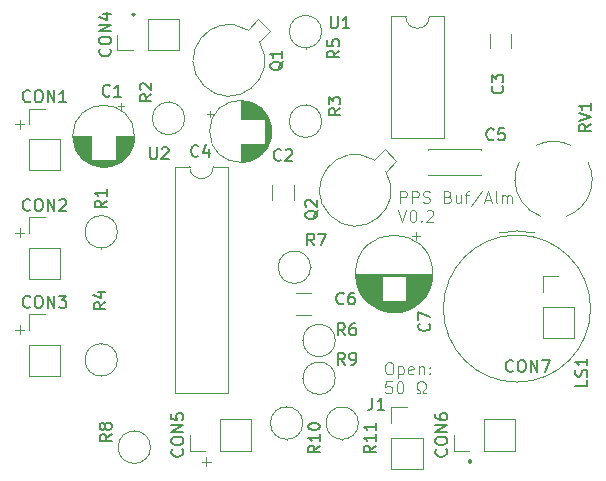
<source format=gbr>
%TF.GenerationSoftware,KiCad,Pcbnew,8.0.5*%
%TF.CreationDate,2024-10-07T08:20:55+01:00*%
%TF.ProjectId,GPS Rx PPS,47505320-5278-4205-9050-532e6b696361,0.1*%
%TF.SameCoordinates,Original*%
%TF.FileFunction,Legend,Top*%
%TF.FilePolarity,Positive*%
%FSLAX46Y46*%
G04 Gerber Fmt 4.6, Leading zero omitted, Abs format (unit mm)*
G04 Created by KiCad (PCBNEW 8.0.5) date 2024-10-07 08:20:55*
%MOMM*%
%LPD*%
G01*
G04 APERTURE LIST*
%ADD10C,0.100000*%
%ADD11C,0.150000*%
%ADD12C,0.120000*%
G04 APERTURE END LIST*
D10*
X135903884Y-118691466D02*
X136665789Y-118691466D01*
X136284836Y-119072419D02*
X136284836Y-118310514D01*
X158489598Y-118496228D02*
X158489598Y-118686704D01*
X158537217Y-118686704D02*
X158537217Y-118496228D01*
X158584836Y-118448609D02*
X158584836Y-118734323D01*
X158632455Y-118686704D02*
X158632455Y-118496228D01*
X158680074Y-118496228D02*
X158680074Y-118686704D01*
X158489598Y-118639085D02*
X158584836Y-118734323D01*
X158584836Y-118734323D02*
X158680074Y-118639085D01*
X158489598Y-118543847D02*
X158584836Y-118448609D01*
X158584836Y-118448609D02*
X158680074Y-118543847D01*
X158489598Y-118496228D02*
X158584836Y-118448609D01*
X158584836Y-118448609D02*
X158680074Y-118496228D01*
X158680074Y-118496228D02*
X158727693Y-118591466D01*
X158727693Y-118591466D02*
X158680074Y-118686704D01*
X158680074Y-118686704D02*
X158584836Y-118734323D01*
X158584836Y-118734323D02*
X158489598Y-118686704D01*
X158489598Y-118686704D02*
X158441979Y-118591466D01*
X158441979Y-118591466D02*
X158489598Y-118496228D01*
X152703884Y-96762475D02*
X152703884Y-95762475D01*
X152703884Y-95762475D02*
X153084836Y-95762475D01*
X153084836Y-95762475D02*
X153180074Y-95810094D01*
X153180074Y-95810094D02*
X153227693Y-95857713D01*
X153227693Y-95857713D02*
X153275312Y-95952951D01*
X153275312Y-95952951D02*
X153275312Y-96095808D01*
X153275312Y-96095808D02*
X153227693Y-96191046D01*
X153227693Y-96191046D02*
X153180074Y-96238665D01*
X153180074Y-96238665D02*
X153084836Y-96286284D01*
X153084836Y-96286284D02*
X152703884Y-96286284D01*
X153703884Y-96762475D02*
X153703884Y-95762475D01*
X153703884Y-95762475D02*
X154084836Y-95762475D01*
X154084836Y-95762475D02*
X154180074Y-95810094D01*
X154180074Y-95810094D02*
X154227693Y-95857713D01*
X154227693Y-95857713D02*
X154275312Y-95952951D01*
X154275312Y-95952951D02*
X154275312Y-96095808D01*
X154275312Y-96095808D02*
X154227693Y-96191046D01*
X154227693Y-96191046D02*
X154180074Y-96238665D01*
X154180074Y-96238665D02*
X154084836Y-96286284D01*
X154084836Y-96286284D02*
X153703884Y-96286284D01*
X154656265Y-96714856D02*
X154799122Y-96762475D01*
X154799122Y-96762475D02*
X155037217Y-96762475D01*
X155037217Y-96762475D02*
X155132455Y-96714856D01*
X155132455Y-96714856D02*
X155180074Y-96667236D01*
X155180074Y-96667236D02*
X155227693Y-96571998D01*
X155227693Y-96571998D02*
X155227693Y-96476760D01*
X155227693Y-96476760D02*
X155180074Y-96381522D01*
X155180074Y-96381522D02*
X155132455Y-96333903D01*
X155132455Y-96333903D02*
X155037217Y-96286284D01*
X155037217Y-96286284D02*
X154846741Y-96238665D01*
X154846741Y-96238665D02*
X154751503Y-96191046D01*
X154751503Y-96191046D02*
X154703884Y-96143427D01*
X154703884Y-96143427D02*
X154656265Y-96048189D01*
X154656265Y-96048189D02*
X154656265Y-95952951D01*
X154656265Y-95952951D02*
X154703884Y-95857713D01*
X154703884Y-95857713D02*
X154751503Y-95810094D01*
X154751503Y-95810094D02*
X154846741Y-95762475D01*
X154846741Y-95762475D02*
X155084836Y-95762475D01*
X155084836Y-95762475D02*
X155227693Y-95810094D01*
X156751503Y-96238665D02*
X156894360Y-96286284D01*
X156894360Y-96286284D02*
X156941979Y-96333903D01*
X156941979Y-96333903D02*
X156989598Y-96429141D01*
X156989598Y-96429141D02*
X156989598Y-96571998D01*
X156989598Y-96571998D02*
X156941979Y-96667236D01*
X156941979Y-96667236D02*
X156894360Y-96714856D01*
X156894360Y-96714856D02*
X156799122Y-96762475D01*
X156799122Y-96762475D02*
X156418170Y-96762475D01*
X156418170Y-96762475D02*
X156418170Y-95762475D01*
X156418170Y-95762475D02*
X156751503Y-95762475D01*
X156751503Y-95762475D02*
X156846741Y-95810094D01*
X156846741Y-95810094D02*
X156894360Y-95857713D01*
X156894360Y-95857713D02*
X156941979Y-95952951D01*
X156941979Y-95952951D02*
X156941979Y-96048189D01*
X156941979Y-96048189D02*
X156894360Y-96143427D01*
X156894360Y-96143427D02*
X156846741Y-96191046D01*
X156846741Y-96191046D02*
X156751503Y-96238665D01*
X156751503Y-96238665D02*
X156418170Y-96238665D01*
X157846741Y-96095808D02*
X157846741Y-96762475D01*
X157418170Y-96095808D02*
X157418170Y-96619617D01*
X157418170Y-96619617D02*
X157465789Y-96714856D01*
X157465789Y-96714856D02*
X157561027Y-96762475D01*
X157561027Y-96762475D02*
X157703884Y-96762475D01*
X157703884Y-96762475D02*
X157799122Y-96714856D01*
X157799122Y-96714856D02*
X157846741Y-96667236D01*
X158180075Y-96095808D02*
X158561027Y-96095808D01*
X158322932Y-96762475D02*
X158322932Y-95905332D01*
X158322932Y-95905332D02*
X158370551Y-95810094D01*
X158370551Y-95810094D02*
X158465789Y-95762475D01*
X158465789Y-95762475D02*
X158561027Y-95762475D01*
X159608646Y-95714856D02*
X158751504Y-97000570D01*
X159894361Y-96476760D02*
X160370551Y-96476760D01*
X159799123Y-96762475D02*
X160132456Y-95762475D01*
X160132456Y-95762475D02*
X160465789Y-96762475D01*
X160941980Y-96762475D02*
X160846742Y-96714856D01*
X160846742Y-96714856D02*
X160799123Y-96619617D01*
X160799123Y-96619617D02*
X160799123Y-95762475D01*
X161322933Y-96762475D02*
X161322933Y-96095808D01*
X161322933Y-96191046D02*
X161370552Y-96143427D01*
X161370552Y-96143427D02*
X161465790Y-96095808D01*
X161465790Y-96095808D02*
X161608647Y-96095808D01*
X161608647Y-96095808D02*
X161703885Y-96143427D01*
X161703885Y-96143427D02*
X161751504Y-96238665D01*
X161751504Y-96238665D02*
X161751504Y-96762475D01*
X161751504Y-96238665D02*
X161799123Y-96143427D01*
X161799123Y-96143427D02*
X161894361Y-96095808D01*
X161894361Y-96095808D02*
X162037218Y-96095808D01*
X162037218Y-96095808D02*
X162132457Y-96143427D01*
X162132457Y-96143427D02*
X162180076Y-96238665D01*
X162180076Y-96238665D02*
X162180076Y-96762475D01*
X152561027Y-97372419D02*
X152894360Y-98372419D01*
X152894360Y-98372419D02*
X153227693Y-97372419D01*
X153751503Y-97372419D02*
X153846741Y-97372419D01*
X153846741Y-97372419D02*
X153941979Y-97420038D01*
X153941979Y-97420038D02*
X153989598Y-97467657D01*
X153989598Y-97467657D02*
X154037217Y-97562895D01*
X154037217Y-97562895D02*
X154084836Y-97753371D01*
X154084836Y-97753371D02*
X154084836Y-97991466D01*
X154084836Y-97991466D02*
X154037217Y-98181942D01*
X154037217Y-98181942D02*
X153989598Y-98277180D01*
X153989598Y-98277180D02*
X153941979Y-98324800D01*
X153941979Y-98324800D02*
X153846741Y-98372419D01*
X153846741Y-98372419D02*
X153751503Y-98372419D01*
X153751503Y-98372419D02*
X153656265Y-98324800D01*
X153656265Y-98324800D02*
X153608646Y-98277180D01*
X153608646Y-98277180D02*
X153561027Y-98181942D01*
X153561027Y-98181942D02*
X153513408Y-97991466D01*
X153513408Y-97991466D02*
X153513408Y-97753371D01*
X153513408Y-97753371D02*
X153561027Y-97562895D01*
X153561027Y-97562895D02*
X153608646Y-97467657D01*
X153608646Y-97467657D02*
X153656265Y-97420038D01*
X153656265Y-97420038D02*
X153751503Y-97372419D01*
X154513408Y-98277180D02*
X154561027Y-98324800D01*
X154561027Y-98324800D02*
X154513408Y-98372419D01*
X154513408Y-98372419D02*
X154465789Y-98324800D01*
X154465789Y-98324800D02*
X154513408Y-98277180D01*
X154513408Y-98277180D02*
X154513408Y-98372419D01*
X154941979Y-97467657D02*
X154989598Y-97420038D01*
X154989598Y-97420038D02*
X155084836Y-97372419D01*
X155084836Y-97372419D02*
X155322931Y-97372419D01*
X155322931Y-97372419D02*
X155418169Y-97420038D01*
X155418169Y-97420038D02*
X155465788Y-97467657D01*
X155465788Y-97467657D02*
X155513407Y-97562895D01*
X155513407Y-97562895D02*
X155513407Y-97658133D01*
X155513407Y-97658133D02*
X155465788Y-97800990D01*
X155465788Y-97800990D02*
X154894360Y-98372419D01*
X154894360Y-98372419D02*
X155513407Y-98372419D01*
X151694360Y-110262475D02*
X151884836Y-110262475D01*
X151884836Y-110262475D02*
X151980074Y-110310094D01*
X151980074Y-110310094D02*
X152075312Y-110405332D01*
X152075312Y-110405332D02*
X152122931Y-110595808D01*
X152122931Y-110595808D02*
X152122931Y-110929141D01*
X152122931Y-110929141D02*
X152075312Y-111119617D01*
X152075312Y-111119617D02*
X151980074Y-111214856D01*
X151980074Y-111214856D02*
X151884836Y-111262475D01*
X151884836Y-111262475D02*
X151694360Y-111262475D01*
X151694360Y-111262475D02*
X151599122Y-111214856D01*
X151599122Y-111214856D02*
X151503884Y-111119617D01*
X151503884Y-111119617D02*
X151456265Y-110929141D01*
X151456265Y-110929141D02*
X151456265Y-110595808D01*
X151456265Y-110595808D02*
X151503884Y-110405332D01*
X151503884Y-110405332D02*
X151599122Y-110310094D01*
X151599122Y-110310094D02*
X151694360Y-110262475D01*
X152551503Y-110595808D02*
X152551503Y-111595808D01*
X152551503Y-110643427D02*
X152646741Y-110595808D01*
X152646741Y-110595808D02*
X152837217Y-110595808D01*
X152837217Y-110595808D02*
X152932455Y-110643427D01*
X152932455Y-110643427D02*
X152980074Y-110691046D01*
X152980074Y-110691046D02*
X153027693Y-110786284D01*
X153027693Y-110786284D02*
X153027693Y-111071998D01*
X153027693Y-111071998D02*
X152980074Y-111167236D01*
X152980074Y-111167236D02*
X152932455Y-111214856D01*
X152932455Y-111214856D02*
X152837217Y-111262475D01*
X152837217Y-111262475D02*
X152646741Y-111262475D01*
X152646741Y-111262475D02*
X152551503Y-111214856D01*
X153837217Y-111214856D02*
X153741979Y-111262475D01*
X153741979Y-111262475D02*
X153551503Y-111262475D01*
X153551503Y-111262475D02*
X153456265Y-111214856D01*
X153456265Y-111214856D02*
X153408646Y-111119617D01*
X153408646Y-111119617D02*
X153408646Y-110738665D01*
X153408646Y-110738665D02*
X153456265Y-110643427D01*
X153456265Y-110643427D02*
X153551503Y-110595808D01*
X153551503Y-110595808D02*
X153741979Y-110595808D01*
X153741979Y-110595808D02*
X153837217Y-110643427D01*
X153837217Y-110643427D02*
X153884836Y-110738665D01*
X153884836Y-110738665D02*
X153884836Y-110833903D01*
X153884836Y-110833903D02*
X153408646Y-110929141D01*
X154313408Y-110595808D02*
X154313408Y-111262475D01*
X154313408Y-110691046D02*
X154361027Y-110643427D01*
X154361027Y-110643427D02*
X154456265Y-110595808D01*
X154456265Y-110595808D02*
X154599122Y-110595808D01*
X154599122Y-110595808D02*
X154694360Y-110643427D01*
X154694360Y-110643427D02*
X154741979Y-110738665D01*
X154741979Y-110738665D02*
X154741979Y-111262475D01*
X155218170Y-111167236D02*
X155265789Y-111214856D01*
X155265789Y-111214856D02*
X155218170Y-111262475D01*
X155218170Y-111262475D02*
X155170551Y-111214856D01*
X155170551Y-111214856D02*
X155218170Y-111167236D01*
X155218170Y-111167236D02*
X155218170Y-111262475D01*
X155218170Y-110643427D02*
X155265789Y-110691046D01*
X155265789Y-110691046D02*
X155218170Y-110738665D01*
X155218170Y-110738665D02*
X155170551Y-110691046D01*
X155170551Y-110691046D02*
X155218170Y-110643427D01*
X155218170Y-110643427D02*
X155218170Y-110738665D01*
X151980074Y-111872419D02*
X151503884Y-111872419D01*
X151503884Y-111872419D02*
X151456265Y-112348609D01*
X151456265Y-112348609D02*
X151503884Y-112300990D01*
X151503884Y-112300990D02*
X151599122Y-112253371D01*
X151599122Y-112253371D02*
X151837217Y-112253371D01*
X151837217Y-112253371D02*
X151932455Y-112300990D01*
X151932455Y-112300990D02*
X151980074Y-112348609D01*
X151980074Y-112348609D02*
X152027693Y-112443847D01*
X152027693Y-112443847D02*
X152027693Y-112681942D01*
X152027693Y-112681942D02*
X151980074Y-112777180D01*
X151980074Y-112777180D02*
X151932455Y-112824800D01*
X151932455Y-112824800D02*
X151837217Y-112872419D01*
X151837217Y-112872419D02*
X151599122Y-112872419D01*
X151599122Y-112872419D02*
X151503884Y-112824800D01*
X151503884Y-112824800D02*
X151456265Y-112777180D01*
X152646741Y-111872419D02*
X152741979Y-111872419D01*
X152741979Y-111872419D02*
X152837217Y-111920038D01*
X152837217Y-111920038D02*
X152884836Y-111967657D01*
X152884836Y-111967657D02*
X152932455Y-112062895D01*
X152932455Y-112062895D02*
X152980074Y-112253371D01*
X152980074Y-112253371D02*
X152980074Y-112491466D01*
X152980074Y-112491466D02*
X152932455Y-112681942D01*
X152932455Y-112681942D02*
X152884836Y-112777180D01*
X152884836Y-112777180D02*
X152837217Y-112824800D01*
X152837217Y-112824800D02*
X152741979Y-112872419D01*
X152741979Y-112872419D02*
X152646741Y-112872419D01*
X152646741Y-112872419D02*
X152551503Y-112824800D01*
X152551503Y-112824800D02*
X152503884Y-112777180D01*
X152503884Y-112777180D02*
X152456265Y-112681942D01*
X152456265Y-112681942D02*
X152408646Y-112491466D01*
X152408646Y-112491466D02*
X152408646Y-112253371D01*
X152408646Y-112253371D02*
X152456265Y-112062895D01*
X152456265Y-112062895D02*
X152503884Y-111967657D01*
X152503884Y-111967657D02*
X152551503Y-111920038D01*
X152551503Y-111920038D02*
X152646741Y-111872419D01*
X154122932Y-112872419D02*
X154361027Y-112872419D01*
X154361027Y-112872419D02*
X154361027Y-112681942D01*
X154361027Y-112681942D02*
X154265789Y-112634323D01*
X154265789Y-112634323D02*
X154170551Y-112539085D01*
X154170551Y-112539085D02*
X154122932Y-112396228D01*
X154122932Y-112396228D02*
X154122932Y-112158133D01*
X154122932Y-112158133D02*
X154170551Y-112015276D01*
X154170551Y-112015276D02*
X154265789Y-111920038D01*
X154265789Y-111920038D02*
X154408646Y-111872419D01*
X154408646Y-111872419D02*
X154599122Y-111872419D01*
X154599122Y-111872419D02*
X154741979Y-111920038D01*
X154741979Y-111920038D02*
X154837217Y-112015276D01*
X154837217Y-112015276D02*
X154884836Y-112158133D01*
X154884836Y-112158133D02*
X154884836Y-112396228D01*
X154884836Y-112396228D02*
X154837217Y-112539085D01*
X154837217Y-112539085D02*
X154741979Y-112634323D01*
X154741979Y-112634323D02*
X154646741Y-112681942D01*
X154646741Y-112681942D02*
X154646741Y-112872419D01*
X154646741Y-112872419D02*
X154884836Y-112872419D01*
X120103884Y-107491466D02*
X120865789Y-107491466D01*
X120484836Y-107872419D02*
X120484836Y-107110514D01*
X120103884Y-90091466D02*
X120865789Y-90091466D01*
X120484836Y-90472419D02*
X120484836Y-89710514D01*
X129989598Y-80696228D02*
X129989598Y-80886704D01*
X130037217Y-80886704D02*
X130037217Y-80696228D01*
X130084836Y-80648609D02*
X130084836Y-80934323D01*
X130132455Y-80886704D02*
X130132455Y-80696228D01*
X130180074Y-80696228D02*
X130180074Y-80886704D01*
X129989598Y-80839085D02*
X130084836Y-80934323D01*
X130084836Y-80934323D02*
X130180074Y-80839085D01*
X129989598Y-80743847D02*
X130084836Y-80648609D01*
X130084836Y-80648609D02*
X130180074Y-80743847D01*
X129989598Y-80696228D02*
X130084836Y-80648609D01*
X130084836Y-80648609D02*
X130180074Y-80696228D01*
X130180074Y-80696228D02*
X130227693Y-80791466D01*
X130227693Y-80791466D02*
X130180074Y-80886704D01*
X130180074Y-80886704D02*
X130084836Y-80934323D01*
X130084836Y-80934323D02*
X129989598Y-80886704D01*
X129989598Y-80886704D02*
X129941979Y-80791466D01*
X129941979Y-80791466D02*
X129989598Y-80696228D01*
X120103884Y-99291466D02*
X120865789Y-99291466D01*
X120484836Y-99672419D02*
X120484836Y-98910514D01*
D11*
X121385714Y-97329580D02*
X121338095Y-97377200D01*
X121338095Y-97377200D02*
X121195238Y-97424819D01*
X121195238Y-97424819D02*
X121100000Y-97424819D01*
X121100000Y-97424819D02*
X120957143Y-97377200D01*
X120957143Y-97377200D02*
X120861905Y-97281961D01*
X120861905Y-97281961D02*
X120814286Y-97186723D01*
X120814286Y-97186723D02*
X120766667Y-96996247D01*
X120766667Y-96996247D02*
X120766667Y-96853390D01*
X120766667Y-96853390D02*
X120814286Y-96662914D01*
X120814286Y-96662914D02*
X120861905Y-96567676D01*
X120861905Y-96567676D02*
X120957143Y-96472438D01*
X120957143Y-96472438D02*
X121100000Y-96424819D01*
X121100000Y-96424819D02*
X121195238Y-96424819D01*
X121195238Y-96424819D02*
X121338095Y-96472438D01*
X121338095Y-96472438D02*
X121385714Y-96520057D01*
X122004762Y-96424819D02*
X122195238Y-96424819D01*
X122195238Y-96424819D02*
X122290476Y-96472438D01*
X122290476Y-96472438D02*
X122385714Y-96567676D01*
X122385714Y-96567676D02*
X122433333Y-96758152D01*
X122433333Y-96758152D02*
X122433333Y-97091485D01*
X122433333Y-97091485D02*
X122385714Y-97281961D01*
X122385714Y-97281961D02*
X122290476Y-97377200D01*
X122290476Y-97377200D02*
X122195238Y-97424819D01*
X122195238Y-97424819D02*
X122004762Y-97424819D01*
X122004762Y-97424819D02*
X121909524Y-97377200D01*
X121909524Y-97377200D02*
X121814286Y-97281961D01*
X121814286Y-97281961D02*
X121766667Y-97091485D01*
X121766667Y-97091485D02*
X121766667Y-96758152D01*
X121766667Y-96758152D02*
X121814286Y-96567676D01*
X121814286Y-96567676D02*
X121909524Y-96472438D01*
X121909524Y-96472438D02*
X122004762Y-96424819D01*
X122861905Y-97424819D02*
X122861905Y-96424819D01*
X122861905Y-96424819D02*
X123433333Y-97424819D01*
X123433333Y-97424819D02*
X123433333Y-96424819D01*
X123861905Y-96520057D02*
X123909524Y-96472438D01*
X123909524Y-96472438D02*
X124004762Y-96424819D01*
X124004762Y-96424819D02*
X124242857Y-96424819D01*
X124242857Y-96424819D02*
X124338095Y-96472438D01*
X124338095Y-96472438D02*
X124385714Y-96520057D01*
X124385714Y-96520057D02*
X124433333Y-96615295D01*
X124433333Y-96615295D02*
X124433333Y-96710533D01*
X124433333Y-96710533D02*
X124385714Y-96853390D01*
X124385714Y-96853390D02*
X123814286Y-97424819D01*
X123814286Y-97424819D02*
X124433333Y-97424819D01*
X121385714Y-105529580D02*
X121338095Y-105577200D01*
X121338095Y-105577200D02*
X121195238Y-105624819D01*
X121195238Y-105624819D02*
X121100000Y-105624819D01*
X121100000Y-105624819D02*
X120957143Y-105577200D01*
X120957143Y-105577200D02*
X120861905Y-105481961D01*
X120861905Y-105481961D02*
X120814286Y-105386723D01*
X120814286Y-105386723D02*
X120766667Y-105196247D01*
X120766667Y-105196247D02*
X120766667Y-105053390D01*
X120766667Y-105053390D02*
X120814286Y-104862914D01*
X120814286Y-104862914D02*
X120861905Y-104767676D01*
X120861905Y-104767676D02*
X120957143Y-104672438D01*
X120957143Y-104672438D02*
X121100000Y-104624819D01*
X121100000Y-104624819D02*
X121195238Y-104624819D01*
X121195238Y-104624819D02*
X121338095Y-104672438D01*
X121338095Y-104672438D02*
X121385714Y-104720057D01*
X122004762Y-104624819D02*
X122195238Y-104624819D01*
X122195238Y-104624819D02*
X122290476Y-104672438D01*
X122290476Y-104672438D02*
X122385714Y-104767676D01*
X122385714Y-104767676D02*
X122433333Y-104958152D01*
X122433333Y-104958152D02*
X122433333Y-105291485D01*
X122433333Y-105291485D02*
X122385714Y-105481961D01*
X122385714Y-105481961D02*
X122290476Y-105577200D01*
X122290476Y-105577200D02*
X122195238Y-105624819D01*
X122195238Y-105624819D02*
X122004762Y-105624819D01*
X122004762Y-105624819D02*
X121909524Y-105577200D01*
X121909524Y-105577200D02*
X121814286Y-105481961D01*
X121814286Y-105481961D02*
X121766667Y-105291485D01*
X121766667Y-105291485D02*
X121766667Y-104958152D01*
X121766667Y-104958152D02*
X121814286Y-104767676D01*
X121814286Y-104767676D02*
X121909524Y-104672438D01*
X121909524Y-104672438D02*
X122004762Y-104624819D01*
X122861905Y-105624819D02*
X122861905Y-104624819D01*
X122861905Y-104624819D02*
X123433333Y-105624819D01*
X123433333Y-105624819D02*
X123433333Y-104624819D01*
X123814286Y-104624819D02*
X124433333Y-104624819D01*
X124433333Y-104624819D02*
X124100000Y-105005771D01*
X124100000Y-105005771D02*
X124242857Y-105005771D01*
X124242857Y-105005771D02*
X124338095Y-105053390D01*
X124338095Y-105053390D02*
X124385714Y-105101009D01*
X124385714Y-105101009D02*
X124433333Y-105196247D01*
X124433333Y-105196247D02*
X124433333Y-105434342D01*
X124433333Y-105434342D02*
X124385714Y-105529580D01*
X124385714Y-105529580D02*
X124338095Y-105577200D01*
X124338095Y-105577200D02*
X124242857Y-105624819D01*
X124242857Y-105624819D02*
X123957143Y-105624819D01*
X123957143Y-105624819D02*
X123861905Y-105577200D01*
X123861905Y-105577200D02*
X123814286Y-105529580D01*
X148033333Y-107954819D02*
X147700000Y-107478628D01*
X147461905Y-107954819D02*
X147461905Y-106954819D01*
X147461905Y-106954819D02*
X147842857Y-106954819D01*
X147842857Y-106954819D02*
X147938095Y-107002438D01*
X147938095Y-107002438D02*
X147985714Y-107050057D01*
X147985714Y-107050057D02*
X148033333Y-107145295D01*
X148033333Y-107145295D02*
X148033333Y-107288152D01*
X148033333Y-107288152D02*
X147985714Y-107383390D01*
X147985714Y-107383390D02*
X147938095Y-107431009D01*
X147938095Y-107431009D02*
X147842857Y-107478628D01*
X147842857Y-107478628D02*
X147461905Y-107478628D01*
X148890476Y-106954819D02*
X148700000Y-106954819D01*
X148700000Y-106954819D02*
X148604762Y-107002438D01*
X148604762Y-107002438D02*
X148557143Y-107050057D01*
X148557143Y-107050057D02*
X148461905Y-107192914D01*
X148461905Y-107192914D02*
X148414286Y-107383390D01*
X148414286Y-107383390D02*
X148414286Y-107764342D01*
X148414286Y-107764342D02*
X148461905Y-107859580D01*
X148461905Y-107859580D02*
X148509524Y-107907200D01*
X148509524Y-107907200D02*
X148604762Y-107954819D01*
X148604762Y-107954819D02*
X148795238Y-107954819D01*
X148795238Y-107954819D02*
X148890476Y-107907200D01*
X148890476Y-107907200D02*
X148938095Y-107859580D01*
X148938095Y-107859580D02*
X148985714Y-107764342D01*
X148985714Y-107764342D02*
X148985714Y-107526247D01*
X148985714Y-107526247D02*
X148938095Y-107431009D01*
X148938095Y-107431009D02*
X148890476Y-107383390D01*
X148890476Y-107383390D02*
X148795238Y-107335771D01*
X148795238Y-107335771D02*
X148604762Y-107335771D01*
X148604762Y-107335771D02*
X148509524Y-107383390D01*
X148509524Y-107383390D02*
X148461905Y-107431009D01*
X148461905Y-107431009D02*
X148414286Y-107526247D01*
X145750057Y-97395238D02*
X145702438Y-97490476D01*
X145702438Y-97490476D02*
X145607200Y-97585714D01*
X145607200Y-97585714D02*
X145464342Y-97728571D01*
X145464342Y-97728571D02*
X145416723Y-97823809D01*
X145416723Y-97823809D02*
X145416723Y-97919047D01*
X145654819Y-97871428D02*
X145607200Y-97966666D01*
X145607200Y-97966666D02*
X145511961Y-98061904D01*
X145511961Y-98061904D02*
X145321485Y-98109523D01*
X145321485Y-98109523D02*
X144988152Y-98109523D01*
X144988152Y-98109523D02*
X144797676Y-98061904D01*
X144797676Y-98061904D02*
X144702438Y-97966666D01*
X144702438Y-97966666D02*
X144654819Y-97871428D01*
X144654819Y-97871428D02*
X144654819Y-97680952D01*
X144654819Y-97680952D02*
X144702438Y-97585714D01*
X144702438Y-97585714D02*
X144797676Y-97490476D01*
X144797676Y-97490476D02*
X144988152Y-97442857D01*
X144988152Y-97442857D02*
X145321485Y-97442857D01*
X145321485Y-97442857D02*
X145511961Y-97490476D01*
X145511961Y-97490476D02*
X145607200Y-97585714D01*
X145607200Y-97585714D02*
X145654819Y-97680952D01*
X145654819Y-97680952D02*
X145654819Y-97871428D01*
X144750057Y-97061904D02*
X144702438Y-97014285D01*
X144702438Y-97014285D02*
X144654819Y-96919047D01*
X144654819Y-96919047D02*
X144654819Y-96680952D01*
X144654819Y-96680952D02*
X144702438Y-96585714D01*
X144702438Y-96585714D02*
X144750057Y-96538095D01*
X144750057Y-96538095D02*
X144845295Y-96490476D01*
X144845295Y-96490476D02*
X144940533Y-96490476D01*
X144940533Y-96490476D02*
X145083390Y-96538095D01*
X145083390Y-96538095D02*
X145654819Y-97109523D01*
X145654819Y-97109523D02*
X145654819Y-96490476D01*
X127754819Y-105171666D02*
X127278628Y-105504999D01*
X127754819Y-105743094D02*
X126754819Y-105743094D01*
X126754819Y-105743094D02*
X126754819Y-105362142D01*
X126754819Y-105362142D02*
X126802438Y-105266904D01*
X126802438Y-105266904D02*
X126850057Y-105219285D01*
X126850057Y-105219285D02*
X126945295Y-105171666D01*
X126945295Y-105171666D02*
X127088152Y-105171666D01*
X127088152Y-105171666D02*
X127183390Y-105219285D01*
X127183390Y-105219285D02*
X127231009Y-105266904D01*
X127231009Y-105266904D02*
X127278628Y-105362142D01*
X127278628Y-105362142D02*
X127278628Y-105743094D01*
X127088152Y-104314523D02*
X127754819Y-104314523D01*
X126707200Y-104552618D02*
X127421485Y-104790713D01*
X127421485Y-104790713D02*
X127421485Y-104171666D01*
X128133333Y-87659580D02*
X128085714Y-87707200D01*
X128085714Y-87707200D02*
X127942857Y-87754819D01*
X127942857Y-87754819D02*
X127847619Y-87754819D01*
X127847619Y-87754819D02*
X127704762Y-87707200D01*
X127704762Y-87707200D02*
X127609524Y-87611961D01*
X127609524Y-87611961D02*
X127561905Y-87516723D01*
X127561905Y-87516723D02*
X127514286Y-87326247D01*
X127514286Y-87326247D02*
X127514286Y-87183390D01*
X127514286Y-87183390D02*
X127561905Y-86992914D01*
X127561905Y-86992914D02*
X127609524Y-86897676D01*
X127609524Y-86897676D02*
X127704762Y-86802438D01*
X127704762Y-86802438D02*
X127847619Y-86754819D01*
X127847619Y-86754819D02*
X127942857Y-86754819D01*
X127942857Y-86754819D02*
X128085714Y-86802438D01*
X128085714Y-86802438D02*
X128133333Y-86850057D01*
X129085714Y-87754819D02*
X128514286Y-87754819D01*
X128800000Y-87754819D02*
X128800000Y-86754819D01*
X128800000Y-86754819D02*
X128704762Y-86897676D01*
X128704762Y-86897676D02*
X128609524Y-86992914D01*
X128609524Y-86992914D02*
X128514286Y-87040533D01*
X148033333Y-110454819D02*
X147700000Y-109978628D01*
X147461905Y-110454819D02*
X147461905Y-109454819D01*
X147461905Y-109454819D02*
X147842857Y-109454819D01*
X147842857Y-109454819D02*
X147938095Y-109502438D01*
X147938095Y-109502438D02*
X147985714Y-109550057D01*
X147985714Y-109550057D02*
X148033333Y-109645295D01*
X148033333Y-109645295D02*
X148033333Y-109788152D01*
X148033333Y-109788152D02*
X147985714Y-109883390D01*
X147985714Y-109883390D02*
X147938095Y-109931009D01*
X147938095Y-109931009D02*
X147842857Y-109978628D01*
X147842857Y-109978628D02*
X147461905Y-109978628D01*
X148509524Y-110454819D02*
X148700000Y-110454819D01*
X148700000Y-110454819D02*
X148795238Y-110407200D01*
X148795238Y-110407200D02*
X148842857Y-110359580D01*
X148842857Y-110359580D02*
X148938095Y-110216723D01*
X148938095Y-110216723D02*
X148985714Y-110026247D01*
X148985714Y-110026247D02*
X148985714Y-109645295D01*
X148985714Y-109645295D02*
X148938095Y-109550057D01*
X148938095Y-109550057D02*
X148890476Y-109502438D01*
X148890476Y-109502438D02*
X148795238Y-109454819D01*
X148795238Y-109454819D02*
X148604762Y-109454819D01*
X148604762Y-109454819D02*
X148509524Y-109502438D01*
X148509524Y-109502438D02*
X148461905Y-109550057D01*
X148461905Y-109550057D02*
X148414286Y-109645295D01*
X148414286Y-109645295D02*
X148414286Y-109883390D01*
X148414286Y-109883390D02*
X148461905Y-109978628D01*
X148461905Y-109978628D02*
X148509524Y-110026247D01*
X148509524Y-110026247D02*
X148604762Y-110073866D01*
X148604762Y-110073866D02*
X148795238Y-110073866D01*
X148795238Y-110073866D02*
X148890476Y-110026247D01*
X148890476Y-110026247D02*
X148938095Y-109978628D01*
X148938095Y-109978628D02*
X148985714Y-109883390D01*
X121385714Y-88129580D02*
X121338095Y-88177200D01*
X121338095Y-88177200D02*
X121195238Y-88224819D01*
X121195238Y-88224819D02*
X121100000Y-88224819D01*
X121100000Y-88224819D02*
X120957143Y-88177200D01*
X120957143Y-88177200D02*
X120861905Y-88081961D01*
X120861905Y-88081961D02*
X120814286Y-87986723D01*
X120814286Y-87986723D02*
X120766667Y-87796247D01*
X120766667Y-87796247D02*
X120766667Y-87653390D01*
X120766667Y-87653390D02*
X120814286Y-87462914D01*
X120814286Y-87462914D02*
X120861905Y-87367676D01*
X120861905Y-87367676D02*
X120957143Y-87272438D01*
X120957143Y-87272438D02*
X121100000Y-87224819D01*
X121100000Y-87224819D02*
X121195238Y-87224819D01*
X121195238Y-87224819D02*
X121338095Y-87272438D01*
X121338095Y-87272438D02*
X121385714Y-87320057D01*
X122004762Y-87224819D02*
X122195238Y-87224819D01*
X122195238Y-87224819D02*
X122290476Y-87272438D01*
X122290476Y-87272438D02*
X122385714Y-87367676D01*
X122385714Y-87367676D02*
X122433333Y-87558152D01*
X122433333Y-87558152D02*
X122433333Y-87891485D01*
X122433333Y-87891485D02*
X122385714Y-88081961D01*
X122385714Y-88081961D02*
X122290476Y-88177200D01*
X122290476Y-88177200D02*
X122195238Y-88224819D01*
X122195238Y-88224819D02*
X122004762Y-88224819D01*
X122004762Y-88224819D02*
X121909524Y-88177200D01*
X121909524Y-88177200D02*
X121814286Y-88081961D01*
X121814286Y-88081961D02*
X121766667Y-87891485D01*
X121766667Y-87891485D02*
X121766667Y-87558152D01*
X121766667Y-87558152D02*
X121814286Y-87367676D01*
X121814286Y-87367676D02*
X121909524Y-87272438D01*
X121909524Y-87272438D02*
X122004762Y-87224819D01*
X122861905Y-88224819D02*
X122861905Y-87224819D01*
X122861905Y-87224819D02*
X123433333Y-88224819D01*
X123433333Y-88224819D02*
X123433333Y-87224819D01*
X124433333Y-88224819D02*
X123861905Y-88224819D01*
X124147619Y-88224819D02*
X124147619Y-87224819D01*
X124147619Y-87224819D02*
X124052381Y-87367676D01*
X124052381Y-87367676D02*
X123957143Y-87462914D01*
X123957143Y-87462914D02*
X123861905Y-87510533D01*
X150366666Y-113254819D02*
X150366666Y-113969104D01*
X150366666Y-113969104D02*
X150319047Y-114111961D01*
X150319047Y-114111961D02*
X150223809Y-114207200D01*
X150223809Y-114207200D02*
X150080952Y-114254819D01*
X150080952Y-114254819D02*
X149985714Y-114254819D01*
X151366666Y-114254819D02*
X150795238Y-114254819D01*
X151080952Y-114254819D02*
X151080952Y-113254819D01*
X151080952Y-113254819D02*
X150985714Y-113397676D01*
X150985714Y-113397676D02*
X150890476Y-113492914D01*
X150890476Y-113492914D02*
X150795238Y-113540533D01*
X145924819Y-117312857D02*
X145448628Y-117646190D01*
X145924819Y-117884285D02*
X144924819Y-117884285D01*
X144924819Y-117884285D02*
X144924819Y-117503333D01*
X144924819Y-117503333D02*
X144972438Y-117408095D01*
X144972438Y-117408095D02*
X145020057Y-117360476D01*
X145020057Y-117360476D02*
X145115295Y-117312857D01*
X145115295Y-117312857D02*
X145258152Y-117312857D01*
X145258152Y-117312857D02*
X145353390Y-117360476D01*
X145353390Y-117360476D02*
X145401009Y-117408095D01*
X145401009Y-117408095D02*
X145448628Y-117503333D01*
X145448628Y-117503333D02*
X145448628Y-117884285D01*
X145924819Y-116360476D02*
X145924819Y-116931904D01*
X145924819Y-116646190D02*
X144924819Y-116646190D01*
X144924819Y-116646190D02*
X145067676Y-116741428D01*
X145067676Y-116741428D02*
X145162914Y-116836666D01*
X145162914Y-116836666D02*
X145210533Y-116931904D01*
X144924819Y-115741428D02*
X144924819Y-115646190D01*
X144924819Y-115646190D02*
X144972438Y-115550952D01*
X144972438Y-115550952D02*
X145020057Y-115503333D01*
X145020057Y-115503333D02*
X145115295Y-115455714D01*
X145115295Y-115455714D02*
X145305771Y-115408095D01*
X145305771Y-115408095D02*
X145543866Y-115408095D01*
X145543866Y-115408095D02*
X145734342Y-115455714D01*
X145734342Y-115455714D02*
X145829580Y-115503333D01*
X145829580Y-115503333D02*
X145877200Y-115550952D01*
X145877200Y-115550952D02*
X145924819Y-115646190D01*
X145924819Y-115646190D02*
X145924819Y-115741428D01*
X145924819Y-115741428D02*
X145877200Y-115836666D01*
X145877200Y-115836666D02*
X145829580Y-115884285D01*
X145829580Y-115884285D02*
X145734342Y-115931904D01*
X145734342Y-115931904D02*
X145543866Y-115979523D01*
X145543866Y-115979523D02*
X145305771Y-115979523D01*
X145305771Y-115979523D02*
X145115295Y-115931904D01*
X145115295Y-115931904D02*
X145020057Y-115884285D01*
X145020057Y-115884285D02*
X144972438Y-115836666D01*
X144972438Y-115836666D02*
X144924819Y-115741428D01*
X128129580Y-83714285D02*
X128177200Y-83761904D01*
X128177200Y-83761904D02*
X128224819Y-83904761D01*
X128224819Y-83904761D02*
X128224819Y-83999999D01*
X128224819Y-83999999D02*
X128177200Y-84142856D01*
X128177200Y-84142856D02*
X128081961Y-84238094D01*
X128081961Y-84238094D02*
X127986723Y-84285713D01*
X127986723Y-84285713D02*
X127796247Y-84333332D01*
X127796247Y-84333332D02*
X127653390Y-84333332D01*
X127653390Y-84333332D02*
X127462914Y-84285713D01*
X127462914Y-84285713D02*
X127367676Y-84238094D01*
X127367676Y-84238094D02*
X127272438Y-84142856D01*
X127272438Y-84142856D02*
X127224819Y-83999999D01*
X127224819Y-83999999D02*
X127224819Y-83904761D01*
X127224819Y-83904761D02*
X127272438Y-83761904D01*
X127272438Y-83761904D02*
X127320057Y-83714285D01*
X127224819Y-83095237D02*
X127224819Y-82904761D01*
X127224819Y-82904761D02*
X127272438Y-82809523D01*
X127272438Y-82809523D02*
X127367676Y-82714285D01*
X127367676Y-82714285D02*
X127558152Y-82666666D01*
X127558152Y-82666666D02*
X127891485Y-82666666D01*
X127891485Y-82666666D02*
X128081961Y-82714285D01*
X128081961Y-82714285D02*
X128177200Y-82809523D01*
X128177200Y-82809523D02*
X128224819Y-82904761D01*
X128224819Y-82904761D02*
X128224819Y-83095237D01*
X128224819Y-83095237D02*
X128177200Y-83190475D01*
X128177200Y-83190475D02*
X128081961Y-83285713D01*
X128081961Y-83285713D02*
X127891485Y-83333332D01*
X127891485Y-83333332D02*
X127558152Y-83333332D01*
X127558152Y-83333332D02*
X127367676Y-83285713D01*
X127367676Y-83285713D02*
X127272438Y-83190475D01*
X127272438Y-83190475D02*
X127224819Y-83095237D01*
X128224819Y-82238094D02*
X127224819Y-82238094D01*
X127224819Y-82238094D02*
X128224819Y-81666666D01*
X128224819Y-81666666D02*
X127224819Y-81666666D01*
X127558152Y-80761904D02*
X128224819Y-80761904D01*
X127177200Y-80999999D02*
X127891485Y-81238094D01*
X127891485Y-81238094D02*
X127891485Y-80619047D01*
X168854819Y-90095238D02*
X168378628Y-90428571D01*
X168854819Y-90666666D02*
X167854819Y-90666666D01*
X167854819Y-90666666D02*
X167854819Y-90285714D01*
X167854819Y-90285714D02*
X167902438Y-90190476D01*
X167902438Y-90190476D02*
X167950057Y-90142857D01*
X167950057Y-90142857D02*
X168045295Y-90095238D01*
X168045295Y-90095238D02*
X168188152Y-90095238D01*
X168188152Y-90095238D02*
X168283390Y-90142857D01*
X168283390Y-90142857D02*
X168331009Y-90190476D01*
X168331009Y-90190476D02*
X168378628Y-90285714D01*
X168378628Y-90285714D02*
X168378628Y-90666666D01*
X167854819Y-89809523D02*
X168854819Y-89476190D01*
X168854819Y-89476190D02*
X167854819Y-89142857D01*
X168854819Y-88285714D02*
X168854819Y-88857142D01*
X168854819Y-88571428D02*
X167854819Y-88571428D01*
X167854819Y-88571428D02*
X167997676Y-88666666D01*
X167997676Y-88666666D02*
X168092914Y-88761904D01*
X168092914Y-88761904D02*
X168140533Y-88857142D01*
X155159580Y-106966666D02*
X155207200Y-107014285D01*
X155207200Y-107014285D02*
X155254819Y-107157142D01*
X155254819Y-107157142D02*
X155254819Y-107252380D01*
X155254819Y-107252380D02*
X155207200Y-107395237D01*
X155207200Y-107395237D02*
X155111961Y-107490475D01*
X155111961Y-107490475D02*
X155016723Y-107538094D01*
X155016723Y-107538094D02*
X154826247Y-107585713D01*
X154826247Y-107585713D02*
X154683390Y-107585713D01*
X154683390Y-107585713D02*
X154492914Y-107538094D01*
X154492914Y-107538094D02*
X154397676Y-107490475D01*
X154397676Y-107490475D02*
X154302438Y-107395237D01*
X154302438Y-107395237D02*
X154254819Y-107252380D01*
X154254819Y-107252380D02*
X154254819Y-107157142D01*
X154254819Y-107157142D02*
X154302438Y-107014285D01*
X154302438Y-107014285D02*
X154350057Y-106966666D01*
X154254819Y-106633332D02*
X154254819Y-105966666D01*
X154254819Y-105966666D02*
X155254819Y-106395237D01*
X147554819Y-83866666D02*
X147078628Y-84199999D01*
X147554819Y-84438094D02*
X146554819Y-84438094D01*
X146554819Y-84438094D02*
X146554819Y-84057142D01*
X146554819Y-84057142D02*
X146602438Y-83961904D01*
X146602438Y-83961904D02*
X146650057Y-83914285D01*
X146650057Y-83914285D02*
X146745295Y-83866666D01*
X146745295Y-83866666D02*
X146888152Y-83866666D01*
X146888152Y-83866666D02*
X146983390Y-83914285D01*
X146983390Y-83914285D02*
X147031009Y-83961904D01*
X147031009Y-83961904D02*
X147078628Y-84057142D01*
X147078628Y-84057142D02*
X147078628Y-84438094D01*
X146554819Y-82961904D02*
X146554819Y-83438094D01*
X146554819Y-83438094D02*
X147031009Y-83485713D01*
X147031009Y-83485713D02*
X146983390Y-83438094D01*
X146983390Y-83438094D02*
X146935771Y-83342856D01*
X146935771Y-83342856D02*
X146935771Y-83104761D01*
X146935771Y-83104761D02*
X146983390Y-83009523D01*
X146983390Y-83009523D02*
X147031009Y-82961904D01*
X147031009Y-82961904D02*
X147126247Y-82914285D01*
X147126247Y-82914285D02*
X147364342Y-82914285D01*
X147364342Y-82914285D02*
X147459580Y-82961904D01*
X147459580Y-82961904D02*
X147507200Y-83009523D01*
X147507200Y-83009523D02*
X147554819Y-83104761D01*
X147554819Y-83104761D02*
X147554819Y-83342856D01*
X147554819Y-83342856D02*
X147507200Y-83438094D01*
X147507200Y-83438094D02*
X147459580Y-83485713D01*
X147654819Y-88741666D02*
X147178628Y-89074999D01*
X147654819Y-89313094D02*
X146654819Y-89313094D01*
X146654819Y-89313094D02*
X146654819Y-88932142D01*
X146654819Y-88932142D02*
X146702438Y-88836904D01*
X146702438Y-88836904D02*
X146750057Y-88789285D01*
X146750057Y-88789285D02*
X146845295Y-88741666D01*
X146845295Y-88741666D02*
X146988152Y-88741666D01*
X146988152Y-88741666D02*
X147083390Y-88789285D01*
X147083390Y-88789285D02*
X147131009Y-88836904D01*
X147131009Y-88836904D02*
X147178628Y-88932142D01*
X147178628Y-88932142D02*
X147178628Y-89313094D01*
X146654819Y-88408332D02*
X146654819Y-87789285D01*
X146654819Y-87789285D02*
X147035771Y-88122618D01*
X147035771Y-88122618D02*
X147035771Y-87979761D01*
X147035771Y-87979761D02*
X147083390Y-87884523D01*
X147083390Y-87884523D02*
X147131009Y-87836904D01*
X147131009Y-87836904D02*
X147226247Y-87789285D01*
X147226247Y-87789285D02*
X147464342Y-87789285D01*
X147464342Y-87789285D02*
X147559580Y-87836904D01*
X147559580Y-87836904D02*
X147607200Y-87884523D01*
X147607200Y-87884523D02*
X147654819Y-87979761D01*
X147654819Y-87979761D02*
X147654819Y-88265475D01*
X147654819Y-88265475D02*
X147607200Y-88360713D01*
X147607200Y-88360713D02*
X147559580Y-88408332D01*
X135633333Y-92759580D02*
X135585714Y-92807200D01*
X135585714Y-92807200D02*
X135442857Y-92854819D01*
X135442857Y-92854819D02*
X135347619Y-92854819D01*
X135347619Y-92854819D02*
X135204762Y-92807200D01*
X135204762Y-92807200D02*
X135109524Y-92711961D01*
X135109524Y-92711961D02*
X135061905Y-92616723D01*
X135061905Y-92616723D02*
X135014286Y-92426247D01*
X135014286Y-92426247D02*
X135014286Y-92283390D01*
X135014286Y-92283390D02*
X135061905Y-92092914D01*
X135061905Y-92092914D02*
X135109524Y-91997676D01*
X135109524Y-91997676D02*
X135204762Y-91902438D01*
X135204762Y-91902438D02*
X135347619Y-91854819D01*
X135347619Y-91854819D02*
X135442857Y-91854819D01*
X135442857Y-91854819D02*
X135585714Y-91902438D01*
X135585714Y-91902438D02*
X135633333Y-91950057D01*
X136490476Y-92188152D02*
X136490476Y-92854819D01*
X136252381Y-91807200D02*
X136014286Y-92521485D01*
X136014286Y-92521485D02*
X136633333Y-92521485D01*
X127854819Y-96566666D02*
X127378628Y-96899999D01*
X127854819Y-97138094D02*
X126854819Y-97138094D01*
X126854819Y-97138094D02*
X126854819Y-96757142D01*
X126854819Y-96757142D02*
X126902438Y-96661904D01*
X126902438Y-96661904D02*
X126950057Y-96614285D01*
X126950057Y-96614285D02*
X127045295Y-96566666D01*
X127045295Y-96566666D02*
X127188152Y-96566666D01*
X127188152Y-96566666D02*
X127283390Y-96614285D01*
X127283390Y-96614285D02*
X127331009Y-96661904D01*
X127331009Y-96661904D02*
X127378628Y-96757142D01*
X127378628Y-96757142D02*
X127378628Y-97138094D01*
X127854819Y-95614285D02*
X127854819Y-96185713D01*
X127854819Y-95899999D02*
X126854819Y-95899999D01*
X126854819Y-95899999D02*
X126997676Y-95995237D01*
X126997676Y-95995237D02*
X127092914Y-96090475D01*
X127092914Y-96090475D02*
X127140533Y-96185713D01*
X160633333Y-91359580D02*
X160585714Y-91407200D01*
X160585714Y-91407200D02*
X160442857Y-91454819D01*
X160442857Y-91454819D02*
X160347619Y-91454819D01*
X160347619Y-91454819D02*
X160204762Y-91407200D01*
X160204762Y-91407200D02*
X160109524Y-91311961D01*
X160109524Y-91311961D02*
X160061905Y-91216723D01*
X160061905Y-91216723D02*
X160014286Y-91026247D01*
X160014286Y-91026247D02*
X160014286Y-90883390D01*
X160014286Y-90883390D02*
X160061905Y-90692914D01*
X160061905Y-90692914D02*
X160109524Y-90597676D01*
X160109524Y-90597676D02*
X160204762Y-90502438D01*
X160204762Y-90502438D02*
X160347619Y-90454819D01*
X160347619Y-90454819D02*
X160442857Y-90454819D01*
X160442857Y-90454819D02*
X160585714Y-90502438D01*
X160585714Y-90502438D02*
X160633333Y-90550057D01*
X161538095Y-90454819D02*
X161061905Y-90454819D01*
X161061905Y-90454819D02*
X161014286Y-90931009D01*
X161014286Y-90931009D02*
X161061905Y-90883390D01*
X161061905Y-90883390D02*
X161157143Y-90835771D01*
X161157143Y-90835771D02*
X161395238Y-90835771D01*
X161395238Y-90835771D02*
X161490476Y-90883390D01*
X161490476Y-90883390D02*
X161538095Y-90931009D01*
X161538095Y-90931009D02*
X161585714Y-91026247D01*
X161585714Y-91026247D02*
X161585714Y-91264342D01*
X161585714Y-91264342D02*
X161538095Y-91359580D01*
X161538095Y-91359580D02*
X161490476Y-91407200D01*
X161490476Y-91407200D02*
X161395238Y-91454819D01*
X161395238Y-91454819D02*
X161157143Y-91454819D01*
X161157143Y-91454819D02*
X161061905Y-91407200D01*
X161061905Y-91407200D02*
X161014286Y-91359580D01*
X147933333Y-105259580D02*
X147885714Y-105307200D01*
X147885714Y-105307200D02*
X147742857Y-105354819D01*
X147742857Y-105354819D02*
X147647619Y-105354819D01*
X147647619Y-105354819D02*
X147504762Y-105307200D01*
X147504762Y-105307200D02*
X147409524Y-105211961D01*
X147409524Y-105211961D02*
X147361905Y-105116723D01*
X147361905Y-105116723D02*
X147314286Y-104926247D01*
X147314286Y-104926247D02*
X147314286Y-104783390D01*
X147314286Y-104783390D02*
X147361905Y-104592914D01*
X147361905Y-104592914D02*
X147409524Y-104497676D01*
X147409524Y-104497676D02*
X147504762Y-104402438D01*
X147504762Y-104402438D02*
X147647619Y-104354819D01*
X147647619Y-104354819D02*
X147742857Y-104354819D01*
X147742857Y-104354819D02*
X147885714Y-104402438D01*
X147885714Y-104402438D02*
X147933333Y-104450057D01*
X148790476Y-104354819D02*
X148600000Y-104354819D01*
X148600000Y-104354819D02*
X148504762Y-104402438D01*
X148504762Y-104402438D02*
X148457143Y-104450057D01*
X148457143Y-104450057D02*
X148361905Y-104592914D01*
X148361905Y-104592914D02*
X148314286Y-104783390D01*
X148314286Y-104783390D02*
X148314286Y-105164342D01*
X148314286Y-105164342D02*
X148361905Y-105259580D01*
X148361905Y-105259580D02*
X148409524Y-105307200D01*
X148409524Y-105307200D02*
X148504762Y-105354819D01*
X148504762Y-105354819D02*
X148695238Y-105354819D01*
X148695238Y-105354819D02*
X148790476Y-105307200D01*
X148790476Y-105307200D02*
X148838095Y-105259580D01*
X148838095Y-105259580D02*
X148885714Y-105164342D01*
X148885714Y-105164342D02*
X148885714Y-104926247D01*
X148885714Y-104926247D02*
X148838095Y-104831009D01*
X148838095Y-104831009D02*
X148790476Y-104783390D01*
X148790476Y-104783390D02*
X148695238Y-104735771D01*
X148695238Y-104735771D02*
X148504762Y-104735771D01*
X148504762Y-104735771D02*
X148409524Y-104783390D01*
X148409524Y-104783390D02*
X148361905Y-104831009D01*
X148361905Y-104831009D02*
X148314286Y-104926247D01*
X168554819Y-111742857D02*
X168554819Y-112219047D01*
X168554819Y-112219047D02*
X167554819Y-112219047D01*
X168507200Y-111457142D02*
X168554819Y-111314285D01*
X168554819Y-111314285D02*
X168554819Y-111076190D01*
X168554819Y-111076190D02*
X168507200Y-110980952D01*
X168507200Y-110980952D02*
X168459580Y-110933333D01*
X168459580Y-110933333D02*
X168364342Y-110885714D01*
X168364342Y-110885714D02*
X168269104Y-110885714D01*
X168269104Y-110885714D02*
X168173866Y-110933333D01*
X168173866Y-110933333D02*
X168126247Y-110980952D01*
X168126247Y-110980952D02*
X168078628Y-111076190D01*
X168078628Y-111076190D02*
X168031009Y-111266666D01*
X168031009Y-111266666D02*
X167983390Y-111361904D01*
X167983390Y-111361904D02*
X167935771Y-111409523D01*
X167935771Y-111409523D02*
X167840533Y-111457142D01*
X167840533Y-111457142D02*
X167745295Y-111457142D01*
X167745295Y-111457142D02*
X167650057Y-111409523D01*
X167650057Y-111409523D02*
X167602438Y-111361904D01*
X167602438Y-111361904D02*
X167554819Y-111266666D01*
X167554819Y-111266666D02*
X167554819Y-111028571D01*
X167554819Y-111028571D02*
X167602438Y-110885714D01*
X168554819Y-109933333D02*
X168554819Y-110504761D01*
X168554819Y-110219047D02*
X167554819Y-110219047D01*
X167554819Y-110219047D02*
X167697676Y-110314285D01*
X167697676Y-110314285D02*
X167792914Y-110409523D01*
X167792914Y-110409523D02*
X167840533Y-110504761D01*
X131654819Y-87566666D02*
X131178628Y-87899999D01*
X131654819Y-88138094D02*
X130654819Y-88138094D01*
X130654819Y-88138094D02*
X130654819Y-87757142D01*
X130654819Y-87757142D02*
X130702438Y-87661904D01*
X130702438Y-87661904D02*
X130750057Y-87614285D01*
X130750057Y-87614285D02*
X130845295Y-87566666D01*
X130845295Y-87566666D02*
X130988152Y-87566666D01*
X130988152Y-87566666D02*
X131083390Y-87614285D01*
X131083390Y-87614285D02*
X131131009Y-87661904D01*
X131131009Y-87661904D02*
X131178628Y-87757142D01*
X131178628Y-87757142D02*
X131178628Y-88138094D01*
X130750057Y-87185713D02*
X130702438Y-87138094D01*
X130702438Y-87138094D02*
X130654819Y-87042856D01*
X130654819Y-87042856D02*
X130654819Y-86804761D01*
X130654819Y-86804761D02*
X130702438Y-86709523D01*
X130702438Y-86709523D02*
X130750057Y-86661904D01*
X130750057Y-86661904D02*
X130845295Y-86614285D01*
X130845295Y-86614285D02*
X130940533Y-86614285D01*
X130940533Y-86614285D02*
X131083390Y-86661904D01*
X131083390Y-86661904D02*
X131654819Y-87233332D01*
X131654819Y-87233332D02*
X131654819Y-86614285D01*
X142633333Y-93109580D02*
X142585714Y-93157200D01*
X142585714Y-93157200D02*
X142442857Y-93204819D01*
X142442857Y-93204819D02*
X142347619Y-93204819D01*
X142347619Y-93204819D02*
X142204762Y-93157200D01*
X142204762Y-93157200D02*
X142109524Y-93061961D01*
X142109524Y-93061961D02*
X142061905Y-92966723D01*
X142061905Y-92966723D02*
X142014286Y-92776247D01*
X142014286Y-92776247D02*
X142014286Y-92633390D01*
X142014286Y-92633390D02*
X142061905Y-92442914D01*
X142061905Y-92442914D02*
X142109524Y-92347676D01*
X142109524Y-92347676D02*
X142204762Y-92252438D01*
X142204762Y-92252438D02*
X142347619Y-92204819D01*
X142347619Y-92204819D02*
X142442857Y-92204819D01*
X142442857Y-92204819D02*
X142585714Y-92252438D01*
X142585714Y-92252438D02*
X142633333Y-92300057D01*
X143014286Y-92300057D02*
X143061905Y-92252438D01*
X143061905Y-92252438D02*
X143157143Y-92204819D01*
X143157143Y-92204819D02*
X143395238Y-92204819D01*
X143395238Y-92204819D02*
X143490476Y-92252438D01*
X143490476Y-92252438D02*
X143538095Y-92300057D01*
X143538095Y-92300057D02*
X143585714Y-92395295D01*
X143585714Y-92395295D02*
X143585714Y-92490533D01*
X143585714Y-92490533D02*
X143538095Y-92633390D01*
X143538095Y-92633390D02*
X142966667Y-93204819D01*
X142966667Y-93204819D02*
X143585714Y-93204819D01*
X150624819Y-117312857D02*
X150148628Y-117646190D01*
X150624819Y-117884285D02*
X149624819Y-117884285D01*
X149624819Y-117884285D02*
X149624819Y-117503333D01*
X149624819Y-117503333D02*
X149672438Y-117408095D01*
X149672438Y-117408095D02*
X149720057Y-117360476D01*
X149720057Y-117360476D02*
X149815295Y-117312857D01*
X149815295Y-117312857D02*
X149958152Y-117312857D01*
X149958152Y-117312857D02*
X150053390Y-117360476D01*
X150053390Y-117360476D02*
X150101009Y-117408095D01*
X150101009Y-117408095D02*
X150148628Y-117503333D01*
X150148628Y-117503333D02*
X150148628Y-117884285D01*
X150624819Y-116360476D02*
X150624819Y-116931904D01*
X150624819Y-116646190D02*
X149624819Y-116646190D01*
X149624819Y-116646190D02*
X149767676Y-116741428D01*
X149767676Y-116741428D02*
X149862914Y-116836666D01*
X149862914Y-116836666D02*
X149910533Y-116931904D01*
X150624819Y-115408095D02*
X150624819Y-115979523D01*
X150624819Y-115693809D02*
X149624819Y-115693809D01*
X149624819Y-115693809D02*
X149767676Y-115789047D01*
X149767676Y-115789047D02*
X149862914Y-115884285D01*
X149862914Y-115884285D02*
X149910533Y-115979523D01*
X134254580Y-117614285D02*
X134302200Y-117661904D01*
X134302200Y-117661904D02*
X134349819Y-117804761D01*
X134349819Y-117804761D02*
X134349819Y-117899999D01*
X134349819Y-117899999D02*
X134302200Y-118042856D01*
X134302200Y-118042856D02*
X134206961Y-118138094D01*
X134206961Y-118138094D02*
X134111723Y-118185713D01*
X134111723Y-118185713D02*
X133921247Y-118233332D01*
X133921247Y-118233332D02*
X133778390Y-118233332D01*
X133778390Y-118233332D02*
X133587914Y-118185713D01*
X133587914Y-118185713D02*
X133492676Y-118138094D01*
X133492676Y-118138094D02*
X133397438Y-118042856D01*
X133397438Y-118042856D02*
X133349819Y-117899999D01*
X133349819Y-117899999D02*
X133349819Y-117804761D01*
X133349819Y-117804761D02*
X133397438Y-117661904D01*
X133397438Y-117661904D02*
X133445057Y-117614285D01*
X133349819Y-116995237D02*
X133349819Y-116804761D01*
X133349819Y-116804761D02*
X133397438Y-116709523D01*
X133397438Y-116709523D02*
X133492676Y-116614285D01*
X133492676Y-116614285D02*
X133683152Y-116566666D01*
X133683152Y-116566666D02*
X134016485Y-116566666D01*
X134016485Y-116566666D02*
X134206961Y-116614285D01*
X134206961Y-116614285D02*
X134302200Y-116709523D01*
X134302200Y-116709523D02*
X134349819Y-116804761D01*
X134349819Y-116804761D02*
X134349819Y-116995237D01*
X134349819Y-116995237D02*
X134302200Y-117090475D01*
X134302200Y-117090475D02*
X134206961Y-117185713D01*
X134206961Y-117185713D02*
X134016485Y-117233332D01*
X134016485Y-117233332D02*
X133683152Y-117233332D01*
X133683152Y-117233332D02*
X133492676Y-117185713D01*
X133492676Y-117185713D02*
X133397438Y-117090475D01*
X133397438Y-117090475D02*
X133349819Y-116995237D01*
X134349819Y-116138094D02*
X133349819Y-116138094D01*
X133349819Y-116138094D02*
X134349819Y-115566666D01*
X134349819Y-115566666D02*
X133349819Y-115566666D01*
X133349819Y-114614285D02*
X133349819Y-115090475D01*
X133349819Y-115090475D02*
X133826009Y-115138094D01*
X133826009Y-115138094D02*
X133778390Y-115090475D01*
X133778390Y-115090475D02*
X133730771Y-114995237D01*
X133730771Y-114995237D02*
X133730771Y-114757142D01*
X133730771Y-114757142D02*
X133778390Y-114661904D01*
X133778390Y-114661904D02*
X133826009Y-114614285D01*
X133826009Y-114614285D02*
X133921247Y-114566666D01*
X133921247Y-114566666D02*
X134159342Y-114566666D01*
X134159342Y-114566666D02*
X134254580Y-114614285D01*
X134254580Y-114614285D02*
X134302200Y-114661904D01*
X134302200Y-114661904D02*
X134349819Y-114757142D01*
X134349819Y-114757142D02*
X134349819Y-114995237D01*
X134349819Y-114995237D02*
X134302200Y-115090475D01*
X134302200Y-115090475D02*
X134254580Y-115138094D01*
X128284819Y-116336666D02*
X127808628Y-116669999D01*
X128284819Y-116908094D02*
X127284819Y-116908094D01*
X127284819Y-116908094D02*
X127284819Y-116527142D01*
X127284819Y-116527142D02*
X127332438Y-116431904D01*
X127332438Y-116431904D02*
X127380057Y-116384285D01*
X127380057Y-116384285D02*
X127475295Y-116336666D01*
X127475295Y-116336666D02*
X127618152Y-116336666D01*
X127618152Y-116336666D02*
X127713390Y-116384285D01*
X127713390Y-116384285D02*
X127761009Y-116431904D01*
X127761009Y-116431904D02*
X127808628Y-116527142D01*
X127808628Y-116527142D02*
X127808628Y-116908094D01*
X127713390Y-115765237D02*
X127665771Y-115860475D01*
X127665771Y-115860475D02*
X127618152Y-115908094D01*
X127618152Y-115908094D02*
X127522914Y-115955713D01*
X127522914Y-115955713D02*
X127475295Y-115955713D01*
X127475295Y-115955713D02*
X127380057Y-115908094D01*
X127380057Y-115908094D02*
X127332438Y-115860475D01*
X127332438Y-115860475D02*
X127284819Y-115765237D01*
X127284819Y-115765237D02*
X127284819Y-115574761D01*
X127284819Y-115574761D02*
X127332438Y-115479523D01*
X127332438Y-115479523D02*
X127380057Y-115431904D01*
X127380057Y-115431904D02*
X127475295Y-115384285D01*
X127475295Y-115384285D02*
X127522914Y-115384285D01*
X127522914Y-115384285D02*
X127618152Y-115431904D01*
X127618152Y-115431904D02*
X127665771Y-115479523D01*
X127665771Y-115479523D02*
X127713390Y-115574761D01*
X127713390Y-115574761D02*
X127713390Y-115765237D01*
X127713390Y-115765237D02*
X127761009Y-115860475D01*
X127761009Y-115860475D02*
X127808628Y-115908094D01*
X127808628Y-115908094D02*
X127903866Y-115955713D01*
X127903866Y-115955713D02*
X128094342Y-115955713D01*
X128094342Y-115955713D02*
X128189580Y-115908094D01*
X128189580Y-115908094D02*
X128237200Y-115860475D01*
X128237200Y-115860475D02*
X128284819Y-115765237D01*
X128284819Y-115765237D02*
X128284819Y-115574761D01*
X128284819Y-115574761D02*
X128237200Y-115479523D01*
X128237200Y-115479523D02*
X128189580Y-115431904D01*
X128189580Y-115431904D02*
X128094342Y-115384285D01*
X128094342Y-115384285D02*
X127903866Y-115384285D01*
X127903866Y-115384285D02*
X127808628Y-115431904D01*
X127808628Y-115431904D02*
X127761009Y-115479523D01*
X127761009Y-115479523D02*
X127713390Y-115574761D01*
X142785333Y-84779962D02*
X142737714Y-84875200D01*
X142737714Y-84875200D02*
X142642476Y-84970438D01*
X142642476Y-84970438D02*
X142499618Y-85113295D01*
X142499618Y-85113295D02*
X142451999Y-85208533D01*
X142451999Y-85208533D02*
X142451999Y-85303771D01*
X142690095Y-85256152D02*
X142642476Y-85351390D01*
X142642476Y-85351390D02*
X142547237Y-85446628D01*
X142547237Y-85446628D02*
X142356761Y-85494247D01*
X142356761Y-85494247D02*
X142023428Y-85494247D01*
X142023428Y-85494247D02*
X141832952Y-85446628D01*
X141832952Y-85446628D02*
X141737714Y-85351390D01*
X141737714Y-85351390D02*
X141690095Y-85256152D01*
X141690095Y-85256152D02*
X141690095Y-85065676D01*
X141690095Y-85065676D02*
X141737714Y-84970438D01*
X141737714Y-84970438D02*
X141832952Y-84875200D01*
X141832952Y-84875200D02*
X142023428Y-84827581D01*
X142023428Y-84827581D02*
X142356761Y-84827581D01*
X142356761Y-84827581D02*
X142547237Y-84875200D01*
X142547237Y-84875200D02*
X142642476Y-84970438D01*
X142642476Y-84970438D02*
X142690095Y-85065676D01*
X142690095Y-85065676D02*
X142690095Y-85256152D01*
X142690095Y-83875200D02*
X142690095Y-84446628D01*
X142690095Y-84160914D02*
X141690095Y-84160914D01*
X141690095Y-84160914D02*
X141832952Y-84256152D01*
X141832952Y-84256152D02*
X141928190Y-84351390D01*
X141928190Y-84351390D02*
X141975809Y-84446628D01*
X162285714Y-110959580D02*
X162238095Y-111007200D01*
X162238095Y-111007200D02*
X162095238Y-111054819D01*
X162095238Y-111054819D02*
X162000000Y-111054819D01*
X162000000Y-111054819D02*
X161857143Y-111007200D01*
X161857143Y-111007200D02*
X161761905Y-110911961D01*
X161761905Y-110911961D02*
X161714286Y-110816723D01*
X161714286Y-110816723D02*
X161666667Y-110626247D01*
X161666667Y-110626247D02*
X161666667Y-110483390D01*
X161666667Y-110483390D02*
X161714286Y-110292914D01*
X161714286Y-110292914D02*
X161761905Y-110197676D01*
X161761905Y-110197676D02*
X161857143Y-110102438D01*
X161857143Y-110102438D02*
X162000000Y-110054819D01*
X162000000Y-110054819D02*
X162095238Y-110054819D01*
X162095238Y-110054819D02*
X162238095Y-110102438D01*
X162238095Y-110102438D02*
X162285714Y-110150057D01*
X162904762Y-110054819D02*
X163095238Y-110054819D01*
X163095238Y-110054819D02*
X163190476Y-110102438D01*
X163190476Y-110102438D02*
X163285714Y-110197676D01*
X163285714Y-110197676D02*
X163333333Y-110388152D01*
X163333333Y-110388152D02*
X163333333Y-110721485D01*
X163333333Y-110721485D02*
X163285714Y-110911961D01*
X163285714Y-110911961D02*
X163190476Y-111007200D01*
X163190476Y-111007200D02*
X163095238Y-111054819D01*
X163095238Y-111054819D02*
X162904762Y-111054819D01*
X162904762Y-111054819D02*
X162809524Y-111007200D01*
X162809524Y-111007200D02*
X162714286Y-110911961D01*
X162714286Y-110911961D02*
X162666667Y-110721485D01*
X162666667Y-110721485D02*
X162666667Y-110388152D01*
X162666667Y-110388152D02*
X162714286Y-110197676D01*
X162714286Y-110197676D02*
X162809524Y-110102438D01*
X162809524Y-110102438D02*
X162904762Y-110054819D01*
X163761905Y-111054819D02*
X163761905Y-110054819D01*
X163761905Y-110054819D02*
X164333333Y-111054819D01*
X164333333Y-111054819D02*
X164333333Y-110054819D01*
X164714286Y-110054819D02*
X165380952Y-110054819D01*
X165380952Y-110054819D02*
X164952381Y-111054819D01*
X161359580Y-86866666D02*
X161407200Y-86914285D01*
X161407200Y-86914285D02*
X161454819Y-87057142D01*
X161454819Y-87057142D02*
X161454819Y-87152380D01*
X161454819Y-87152380D02*
X161407200Y-87295237D01*
X161407200Y-87295237D02*
X161311961Y-87390475D01*
X161311961Y-87390475D02*
X161216723Y-87438094D01*
X161216723Y-87438094D02*
X161026247Y-87485713D01*
X161026247Y-87485713D02*
X160883390Y-87485713D01*
X160883390Y-87485713D02*
X160692914Y-87438094D01*
X160692914Y-87438094D02*
X160597676Y-87390475D01*
X160597676Y-87390475D02*
X160502438Y-87295237D01*
X160502438Y-87295237D02*
X160454819Y-87152380D01*
X160454819Y-87152380D02*
X160454819Y-87057142D01*
X160454819Y-87057142D02*
X160502438Y-86914285D01*
X160502438Y-86914285D02*
X160550057Y-86866666D01*
X160454819Y-86533332D02*
X160454819Y-85914285D01*
X160454819Y-85914285D02*
X160835771Y-86247618D01*
X160835771Y-86247618D02*
X160835771Y-86104761D01*
X160835771Y-86104761D02*
X160883390Y-86009523D01*
X160883390Y-86009523D02*
X160931009Y-85961904D01*
X160931009Y-85961904D02*
X161026247Y-85914285D01*
X161026247Y-85914285D02*
X161264342Y-85914285D01*
X161264342Y-85914285D02*
X161359580Y-85961904D01*
X161359580Y-85961904D02*
X161407200Y-86009523D01*
X161407200Y-86009523D02*
X161454819Y-86104761D01*
X161454819Y-86104761D02*
X161454819Y-86390475D01*
X161454819Y-86390475D02*
X161407200Y-86485713D01*
X161407200Y-86485713D02*
X161359580Y-86533332D01*
X145433333Y-100354819D02*
X145100000Y-99878628D01*
X144861905Y-100354819D02*
X144861905Y-99354819D01*
X144861905Y-99354819D02*
X145242857Y-99354819D01*
X145242857Y-99354819D02*
X145338095Y-99402438D01*
X145338095Y-99402438D02*
X145385714Y-99450057D01*
X145385714Y-99450057D02*
X145433333Y-99545295D01*
X145433333Y-99545295D02*
X145433333Y-99688152D01*
X145433333Y-99688152D02*
X145385714Y-99783390D01*
X145385714Y-99783390D02*
X145338095Y-99831009D01*
X145338095Y-99831009D02*
X145242857Y-99878628D01*
X145242857Y-99878628D02*
X144861905Y-99878628D01*
X145766667Y-99354819D02*
X146433333Y-99354819D01*
X146433333Y-99354819D02*
X146004762Y-100354819D01*
X156589580Y-117614285D02*
X156637200Y-117661904D01*
X156637200Y-117661904D02*
X156684819Y-117804761D01*
X156684819Y-117804761D02*
X156684819Y-117899999D01*
X156684819Y-117899999D02*
X156637200Y-118042856D01*
X156637200Y-118042856D02*
X156541961Y-118138094D01*
X156541961Y-118138094D02*
X156446723Y-118185713D01*
X156446723Y-118185713D02*
X156256247Y-118233332D01*
X156256247Y-118233332D02*
X156113390Y-118233332D01*
X156113390Y-118233332D02*
X155922914Y-118185713D01*
X155922914Y-118185713D02*
X155827676Y-118138094D01*
X155827676Y-118138094D02*
X155732438Y-118042856D01*
X155732438Y-118042856D02*
X155684819Y-117899999D01*
X155684819Y-117899999D02*
X155684819Y-117804761D01*
X155684819Y-117804761D02*
X155732438Y-117661904D01*
X155732438Y-117661904D02*
X155780057Y-117614285D01*
X155684819Y-116995237D02*
X155684819Y-116804761D01*
X155684819Y-116804761D02*
X155732438Y-116709523D01*
X155732438Y-116709523D02*
X155827676Y-116614285D01*
X155827676Y-116614285D02*
X156018152Y-116566666D01*
X156018152Y-116566666D02*
X156351485Y-116566666D01*
X156351485Y-116566666D02*
X156541961Y-116614285D01*
X156541961Y-116614285D02*
X156637200Y-116709523D01*
X156637200Y-116709523D02*
X156684819Y-116804761D01*
X156684819Y-116804761D02*
X156684819Y-116995237D01*
X156684819Y-116995237D02*
X156637200Y-117090475D01*
X156637200Y-117090475D02*
X156541961Y-117185713D01*
X156541961Y-117185713D02*
X156351485Y-117233332D01*
X156351485Y-117233332D02*
X156018152Y-117233332D01*
X156018152Y-117233332D02*
X155827676Y-117185713D01*
X155827676Y-117185713D02*
X155732438Y-117090475D01*
X155732438Y-117090475D02*
X155684819Y-116995237D01*
X156684819Y-116138094D02*
X155684819Y-116138094D01*
X155684819Y-116138094D02*
X156684819Y-115566666D01*
X156684819Y-115566666D02*
X155684819Y-115566666D01*
X155684819Y-114661904D02*
X155684819Y-114852380D01*
X155684819Y-114852380D02*
X155732438Y-114947618D01*
X155732438Y-114947618D02*
X155780057Y-114995237D01*
X155780057Y-114995237D02*
X155922914Y-115090475D01*
X155922914Y-115090475D02*
X156113390Y-115138094D01*
X156113390Y-115138094D02*
X156494342Y-115138094D01*
X156494342Y-115138094D02*
X156589580Y-115090475D01*
X156589580Y-115090475D02*
X156637200Y-115042856D01*
X156637200Y-115042856D02*
X156684819Y-114947618D01*
X156684819Y-114947618D02*
X156684819Y-114757142D01*
X156684819Y-114757142D02*
X156637200Y-114661904D01*
X156637200Y-114661904D02*
X156589580Y-114614285D01*
X156589580Y-114614285D02*
X156494342Y-114566666D01*
X156494342Y-114566666D02*
X156256247Y-114566666D01*
X156256247Y-114566666D02*
X156161009Y-114614285D01*
X156161009Y-114614285D02*
X156113390Y-114661904D01*
X156113390Y-114661904D02*
X156065771Y-114757142D01*
X156065771Y-114757142D02*
X156065771Y-114947618D01*
X156065771Y-114947618D02*
X156113390Y-115042856D01*
X156113390Y-115042856D02*
X156161009Y-115090475D01*
X156161009Y-115090475D02*
X156256247Y-115138094D01*
X146838095Y-80954819D02*
X146838095Y-81764342D01*
X146838095Y-81764342D02*
X146885714Y-81859580D01*
X146885714Y-81859580D02*
X146933333Y-81907200D01*
X146933333Y-81907200D02*
X147028571Y-81954819D01*
X147028571Y-81954819D02*
X147219047Y-81954819D01*
X147219047Y-81954819D02*
X147314285Y-81907200D01*
X147314285Y-81907200D02*
X147361904Y-81859580D01*
X147361904Y-81859580D02*
X147409523Y-81764342D01*
X147409523Y-81764342D02*
X147409523Y-80954819D01*
X148409523Y-81954819D02*
X147838095Y-81954819D01*
X148123809Y-81954819D02*
X148123809Y-80954819D01*
X148123809Y-80954819D02*
X148028571Y-81097676D01*
X148028571Y-81097676D02*
X147933333Y-81192914D01*
X147933333Y-81192914D02*
X147838095Y-81240533D01*
X131538095Y-92054819D02*
X131538095Y-92864342D01*
X131538095Y-92864342D02*
X131585714Y-92959580D01*
X131585714Y-92959580D02*
X131633333Y-93007200D01*
X131633333Y-93007200D02*
X131728571Y-93054819D01*
X131728571Y-93054819D02*
X131919047Y-93054819D01*
X131919047Y-93054819D02*
X132014285Y-93007200D01*
X132014285Y-93007200D02*
X132061904Y-92959580D01*
X132061904Y-92959580D02*
X132109523Y-92864342D01*
X132109523Y-92864342D02*
X132109523Y-92054819D01*
X132538095Y-92150057D02*
X132585714Y-92102438D01*
X132585714Y-92102438D02*
X132680952Y-92054819D01*
X132680952Y-92054819D02*
X132919047Y-92054819D01*
X132919047Y-92054819D02*
X133014285Y-92102438D01*
X133014285Y-92102438D02*
X133061904Y-92150057D01*
X133061904Y-92150057D02*
X133109523Y-92245295D01*
X133109523Y-92245295D02*
X133109523Y-92340533D01*
X133109523Y-92340533D02*
X133061904Y-92483390D01*
X133061904Y-92483390D02*
X132490476Y-93054819D01*
X132490476Y-93054819D02*
X133109523Y-93054819D01*
D12*
%TO.C,CON2*%
X121270000Y-97970000D02*
X122600000Y-97970000D01*
X121270000Y-99300000D02*
X121270000Y-97970000D01*
X121270000Y-100570000D02*
X121270000Y-103170000D01*
X121270000Y-100570000D02*
X123930000Y-100570000D01*
X121270000Y-103170000D02*
X123930000Y-103170000D01*
X123930000Y-100570000D02*
X123930000Y-103170000D01*
%TO.C,CON3*%
X121270000Y-106170000D02*
X122600000Y-106170000D01*
X121270000Y-107500000D02*
X121270000Y-106170000D01*
X121270000Y-108770000D02*
X121270000Y-111370000D01*
X121270000Y-108770000D02*
X123930000Y-108770000D01*
X121270000Y-111370000D02*
X123930000Y-111370000D01*
X123930000Y-108770000D02*
X123930000Y-111370000D01*
%TO.C,R6*%
X144475000Y-108400000D02*
X144405000Y-108400000D01*
X147215000Y-108400000D02*
G75*
G02*
X144475000Y-108400000I-1370000J0D01*
G01*
X144475000Y-108400000D02*
G75*
G02*
X147215000Y-108400000I1370000J0D01*
G01*
%TO.C,Q2*%
X151409775Y-92200276D02*
X150497607Y-93112443D01*
X151487557Y-94102393D02*
X152399724Y-93190225D01*
X152399724Y-93190225D02*
X151409775Y-92200276D01*
X151487557Y-94102393D02*
G75*
G02*
X150497820Y-93112574I-2572281J-1582331D01*
G01*
%TO.C,R4*%
X127400000Y-108675000D02*
X127400000Y-108605000D01*
X128770000Y-110045000D02*
G75*
G02*
X126030000Y-110045000I-1370000J0D01*
G01*
X126030000Y-110045000D02*
G75*
G02*
X128770000Y-110045000I1370000J0D01*
G01*
%TO.C,C1*%
X126560000Y-91100000D02*
X125020000Y-91100000D01*
X126560000Y-91140000D02*
X125020000Y-91140000D01*
X126560000Y-91180000D02*
X125021000Y-91180000D01*
X126560000Y-91220000D02*
X125022000Y-91220000D01*
X126560000Y-91260000D02*
X125024000Y-91260000D01*
X126560000Y-91300000D02*
X125027000Y-91300000D01*
X126560000Y-91340000D02*
X125031000Y-91340000D01*
X126560000Y-91380000D02*
X125035000Y-91380000D01*
X126560000Y-91420000D02*
X125039000Y-91420000D01*
X126560000Y-91460000D02*
X125044000Y-91460000D01*
X126560000Y-91500000D02*
X125050000Y-91500000D01*
X126560000Y-91540000D02*
X125057000Y-91540000D01*
X126560000Y-91580000D02*
X125064000Y-91580000D01*
X126560000Y-91620000D02*
X125072000Y-91620000D01*
X126560000Y-91660000D02*
X125080000Y-91660000D01*
X126560000Y-91700000D02*
X125089000Y-91700000D01*
X126560000Y-91740000D02*
X125099000Y-91740000D01*
X126560000Y-91780000D02*
X125109000Y-91780000D01*
X126560000Y-91821000D02*
X125120000Y-91821000D01*
X126560000Y-91861000D02*
X125132000Y-91861000D01*
X126560000Y-91901000D02*
X125145000Y-91901000D01*
X126560000Y-91941000D02*
X125158000Y-91941000D01*
X126560000Y-91981000D02*
X125172000Y-91981000D01*
X126560000Y-92021000D02*
X125186000Y-92021000D01*
X126560000Y-92061000D02*
X125202000Y-92061000D01*
X126560000Y-92101000D02*
X125218000Y-92101000D01*
X126560000Y-92141000D02*
X125235000Y-92141000D01*
X126560000Y-92181000D02*
X125252000Y-92181000D01*
X126560000Y-92221000D02*
X125271000Y-92221000D01*
X126560000Y-92261000D02*
X125290000Y-92261000D01*
X126560000Y-92301000D02*
X125310000Y-92301000D01*
X126560000Y-92341000D02*
X125332000Y-92341000D01*
X126560000Y-92381000D02*
X125353000Y-92381000D01*
X126560000Y-92421000D02*
X125376000Y-92421000D01*
X126560000Y-92461000D02*
X125400000Y-92461000D01*
X126560000Y-92501000D02*
X125425000Y-92501000D01*
X126560000Y-92541000D02*
X125451000Y-92541000D01*
X126560000Y-92581000D02*
X125478000Y-92581000D01*
X126560000Y-92621000D02*
X125505000Y-92621000D01*
X126560000Y-92661000D02*
X125535000Y-92661000D01*
X126560000Y-92701000D02*
X125565000Y-92701000D01*
X126560000Y-92741000D02*
X125596000Y-92741000D01*
X126560000Y-92781000D02*
X125629000Y-92781000D01*
X126560000Y-92821000D02*
X125663000Y-92821000D01*
X126560000Y-92861000D02*
X125699000Y-92861000D01*
X126560000Y-92901000D02*
X125736000Y-92901000D01*
X126560000Y-92941000D02*
X125774000Y-92941000D01*
X126560000Y-92981000D02*
X125815000Y-92981000D01*
X126560000Y-93021000D02*
X125857000Y-93021000D01*
X126560000Y-93061000D02*
X125901000Y-93061000D01*
X126560000Y-93101000D02*
X125947000Y-93101000D01*
X127884000Y-93701000D02*
X127316000Y-93701000D01*
X128118000Y-93661000D02*
X127082000Y-93661000D01*
X128277000Y-93621000D02*
X126923000Y-93621000D01*
X128405000Y-93581000D02*
X126795000Y-93581000D01*
X128515000Y-93541000D02*
X126685000Y-93541000D01*
X128611000Y-93501000D02*
X126589000Y-93501000D01*
X128698000Y-93461000D02*
X126502000Y-93461000D01*
X128778000Y-93421000D02*
X126422000Y-93421000D01*
X128851000Y-93381000D02*
X126349000Y-93381000D01*
X128919000Y-93341000D02*
X126281000Y-93341000D01*
X128983000Y-93301000D02*
X126217000Y-93301000D01*
X129043000Y-93261000D02*
X126157000Y-93261000D01*
X129075000Y-88295225D02*
X129075000Y-88795225D01*
X129100000Y-93221000D02*
X126100000Y-93221000D01*
X129154000Y-93181000D02*
X126046000Y-93181000D01*
X129205000Y-93141000D02*
X125995000Y-93141000D01*
X129253000Y-93101000D02*
X128640000Y-93101000D01*
X129299000Y-93061000D02*
X128640000Y-93061000D01*
X129325000Y-88545225D02*
X128825000Y-88545225D01*
X129343000Y-93021000D02*
X128640000Y-93021000D01*
X129385000Y-92981000D02*
X128640000Y-92981000D01*
X129426000Y-92941000D02*
X128640000Y-92941000D01*
X129464000Y-92901000D02*
X128640000Y-92901000D01*
X129501000Y-92861000D02*
X128640000Y-92861000D01*
X129537000Y-92821000D02*
X128640000Y-92821000D01*
X129571000Y-92781000D02*
X128640000Y-92781000D01*
X129604000Y-92741000D02*
X128640000Y-92741000D01*
X129635000Y-92701000D02*
X128640000Y-92701000D01*
X129665000Y-92661000D02*
X128640000Y-92661000D01*
X129695000Y-92621000D02*
X128640000Y-92621000D01*
X129722000Y-92581000D02*
X128640000Y-92581000D01*
X129749000Y-92541000D02*
X128640000Y-92541000D01*
X129775000Y-92501000D02*
X128640000Y-92501000D01*
X129800000Y-92461000D02*
X128640000Y-92461000D01*
X129824000Y-92421000D02*
X128640000Y-92421000D01*
X129847000Y-92381000D02*
X128640000Y-92381000D01*
X129868000Y-92341000D02*
X128640000Y-92341000D01*
X129890000Y-92301000D02*
X128640000Y-92301000D01*
X129910000Y-92261000D02*
X128640000Y-92261000D01*
X129929000Y-92221000D02*
X128640000Y-92221000D01*
X129948000Y-92181000D02*
X128640000Y-92181000D01*
X129965000Y-92141000D02*
X128640000Y-92141000D01*
X129982000Y-92101000D02*
X128640000Y-92101000D01*
X129998000Y-92061000D02*
X128640000Y-92061000D01*
X130014000Y-92021000D02*
X128640000Y-92021000D01*
X130028000Y-91981000D02*
X128640000Y-91981000D01*
X130042000Y-91941000D02*
X128640000Y-91941000D01*
X130055000Y-91901000D02*
X128640000Y-91901000D01*
X130068000Y-91861000D02*
X128640000Y-91861000D01*
X130080000Y-91821000D02*
X128640000Y-91821000D01*
X130091000Y-91780000D02*
X128640000Y-91780000D01*
X130101000Y-91740000D02*
X128640000Y-91740000D01*
X130111000Y-91700000D02*
X128640000Y-91700000D01*
X130120000Y-91660000D02*
X128640000Y-91660000D01*
X130128000Y-91620000D02*
X128640000Y-91620000D01*
X130136000Y-91580000D02*
X128640000Y-91580000D01*
X130143000Y-91540000D02*
X128640000Y-91540000D01*
X130150000Y-91500000D02*
X128640000Y-91500000D01*
X130156000Y-91460000D02*
X128640000Y-91460000D01*
X130161000Y-91420000D02*
X128640000Y-91420000D01*
X130165000Y-91380000D02*
X128640000Y-91380000D01*
X130169000Y-91340000D02*
X128640000Y-91340000D01*
X130173000Y-91300000D02*
X128640000Y-91300000D01*
X130176000Y-91260000D02*
X128640000Y-91260000D01*
X130178000Y-91220000D02*
X128640000Y-91220000D01*
X130179000Y-91180000D02*
X128640000Y-91180000D01*
X130180000Y-91100000D02*
X128640000Y-91100000D01*
X130180000Y-91140000D02*
X128640000Y-91140000D01*
X130220000Y-91100000D02*
G75*
G02*
X124980000Y-91100000I-2620000J0D01*
G01*
X124980000Y-91100000D02*
G75*
G02*
X130220000Y-91100000I2620000J0D01*
G01*
%TO.C,R9*%
X144475000Y-111600000D02*
X144405000Y-111600000D01*
X147215000Y-111600000D02*
G75*
G02*
X144475000Y-111600000I-1370000J0D01*
G01*
X144475000Y-111600000D02*
G75*
G02*
X147215000Y-111600000I1370000J0D01*
G01*
%TO.C,CON1*%
X121270000Y-88770000D02*
X122600000Y-88770000D01*
X121270000Y-90100000D02*
X121270000Y-88770000D01*
X121270000Y-91370000D02*
X121270000Y-93970000D01*
X121270000Y-91370000D02*
X123930000Y-91370000D01*
X121270000Y-93970000D02*
X123930000Y-93970000D01*
X123930000Y-91370000D02*
X123930000Y-93970000D01*
%TO.C,J1*%
X151970000Y-114070000D02*
X153300000Y-114070000D01*
X151970000Y-115400000D02*
X151970000Y-114070000D01*
X151970000Y-116670000D02*
X151970000Y-119270000D01*
X151970000Y-116670000D02*
X154630000Y-116670000D01*
X151970000Y-119270000D02*
X154630000Y-119270000D01*
X154630000Y-116670000D02*
X154630000Y-119270000D01*
%TO.C,R10*%
X143100000Y-116770000D02*
X143100000Y-116840000D01*
X144470000Y-115400000D02*
G75*
G02*
X141730000Y-115400000I-1370000J0D01*
G01*
X141730000Y-115400000D02*
G75*
G02*
X144470000Y-115400000I1370000J0D01*
G01*
%TO.C,CON4*%
X128770000Y-83830000D02*
X128770000Y-82500000D01*
X130100000Y-83830000D02*
X128770000Y-83830000D01*
X131370000Y-81170000D02*
X133970000Y-81170000D01*
X131370000Y-83830000D02*
X131370000Y-81170000D01*
X131370000Y-83830000D02*
X133970000Y-83830000D01*
X133970000Y-83830000D02*
X133970000Y-81170000D01*
%TO.C,RV1*%
X162429925Y-94856863D02*
G75*
G02*
X162786000Y-93315000I3270075J56863D01*
G01*
X164214798Y-91886613D02*
G75*
G02*
X167184000Y-91886000I1485202J-2913387D01*
G01*
X164635392Y-97891846D02*
G75*
G02*
X162430000Y-94800000I1064608J3091846D01*
G01*
X168613829Y-93316032D02*
G75*
G02*
X166764000Y-97892000I-2913829J-1483968D01*
G01*
%TO.C,C7*%
X151160000Y-102990000D02*
X148978000Y-102990000D01*
X151160000Y-103030000D02*
X148982000Y-103030000D01*
X151160000Y-103070000D02*
X148985000Y-103070000D01*
X151160000Y-103110000D02*
X148989000Y-103110000D01*
X151160000Y-103150000D02*
X148994000Y-103150000D01*
X151160000Y-103190000D02*
X148999000Y-103190000D01*
X151160000Y-103230000D02*
X149005000Y-103230000D01*
X151160000Y-103270000D02*
X149011000Y-103270000D01*
X151160000Y-103310000D02*
X149018000Y-103310000D01*
X151160000Y-103350000D02*
X149025000Y-103350000D01*
X151160000Y-103390000D02*
X149033000Y-103390000D01*
X151160000Y-103430000D02*
X149041000Y-103430000D01*
X151160000Y-103471000D02*
X149050000Y-103471000D01*
X151160000Y-103511000D02*
X149059000Y-103511000D01*
X151160000Y-103551000D02*
X149069000Y-103551000D01*
X151160000Y-103591000D02*
X149079000Y-103591000D01*
X151160000Y-103631000D02*
X149090000Y-103631000D01*
X151160000Y-103671000D02*
X149102000Y-103671000D01*
X151160000Y-103711000D02*
X149114000Y-103711000D01*
X151160000Y-103751000D02*
X149126000Y-103751000D01*
X151160000Y-103791000D02*
X149139000Y-103791000D01*
X151160000Y-103831000D02*
X149153000Y-103831000D01*
X151160000Y-103871000D02*
X149167000Y-103871000D01*
X151160000Y-103911000D02*
X149182000Y-103911000D01*
X151160000Y-103951000D02*
X149198000Y-103951000D01*
X151160000Y-103991000D02*
X149214000Y-103991000D01*
X151160000Y-104031000D02*
X149230000Y-104031000D01*
X151160000Y-104071000D02*
X149248000Y-104071000D01*
X151160000Y-104111000D02*
X149266000Y-104111000D01*
X151160000Y-104151000D02*
X149284000Y-104151000D01*
X151160000Y-104191000D02*
X149304000Y-104191000D01*
X151160000Y-104231000D02*
X149324000Y-104231000D01*
X151160000Y-104271000D02*
X149344000Y-104271000D01*
X151160000Y-104311000D02*
X149366000Y-104311000D01*
X151160000Y-104351000D02*
X149388000Y-104351000D01*
X151160000Y-104391000D02*
X149410000Y-104391000D01*
X151160000Y-104431000D02*
X149434000Y-104431000D01*
X151160000Y-104471000D02*
X149458000Y-104471000D01*
X151160000Y-104511000D02*
X149484000Y-104511000D01*
X151160000Y-104551000D02*
X149510000Y-104551000D01*
X151160000Y-104591000D02*
X149536000Y-104591000D01*
X151160000Y-104631000D02*
X149564000Y-104631000D01*
X151160000Y-104671000D02*
X149593000Y-104671000D01*
X151160000Y-104711000D02*
X149622000Y-104711000D01*
X151160000Y-104751000D02*
X149652000Y-104751000D01*
X151160000Y-104791000D02*
X149684000Y-104791000D01*
X151160000Y-104831000D02*
X149716000Y-104831000D01*
X151160000Y-104871000D02*
X149750000Y-104871000D01*
X151160000Y-104911000D02*
X149784000Y-104911000D01*
X151160000Y-104951000D02*
X149820000Y-104951000D01*
X151160000Y-104991000D02*
X149857000Y-104991000D01*
X151160000Y-105031000D02*
X149895000Y-105031000D01*
X152602000Y-105991000D02*
X151798000Y-105991000D01*
X152833000Y-105951000D02*
X151567000Y-105951000D01*
X153002000Y-105911000D02*
X151398000Y-105911000D01*
X153140000Y-105871000D02*
X151260000Y-105871000D01*
X153259000Y-105831000D02*
X151141000Y-105831000D01*
X153365000Y-105791000D02*
X151035000Y-105791000D01*
X153462000Y-105751000D02*
X150938000Y-105751000D01*
X153550000Y-105711000D02*
X150850000Y-105711000D01*
X153632000Y-105671000D02*
X150768000Y-105671000D01*
X153709000Y-105631000D02*
X150691000Y-105631000D01*
X153781000Y-105591000D02*
X150619000Y-105591000D01*
X153850000Y-105551000D02*
X150550000Y-105551000D01*
X153914000Y-105511000D02*
X150486000Y-105511000D01*
X153976000Y-105471000D02*
X150424000Y-105471000D01*
X154034000Y-105431000D02*
X150366000Y-105431000D01*
X154039000Y-99249759D02*
X154039000Y-99879759D01*
X154090000Y-105391000D02*
X150310000Y-105391000D01*
X154144000Y-105351000D02*
X150256000Y-105351000D01*
X154195000Y-105311000D02*
X150205000Y-105311000D01*
X154244000Y-105271000D02*
X150156000Y-105271000D01*
X154292000Y-105231000D02*
X150108000Y-105231000D01*
X154337000Y-105191000D02*
X150063000Y-105191000D01*
X154354000Y-99564759D02*
X153724000Y-99564759D01*
X154382000Y-105151000D02*
X150018000Y-105151000D01*
X154424000Y-105111000D02*
X149976000Y-105111000D01*
X154465000Y-105071000D02*
X149935000Y-105071000D01*
X154505000Y-105031000D02*
X153240000Y-105031000D01*
X154543000Y-104991000D02*
X153240000Y-104991000D01*
X154580000Y-104951000D02*
X153240000Y-104951000D01*
X154616000Y-104911000D02*
X153240000Y-104911000D01*
X154650000Y-104871000D02*
X153240000Y-104871000D01*
X154684000Y-104831000D02*
X153240000Y-104831000D01*
X154716000Y-104791000D02*
X153240000Y-104791000D01*
X154748000Y-104751000D02*
X153240000Y-104751000D01*
X154778000Y-104711000D02*
X153240000Y-104711000D01*
X154807000Y-104671000D02*
X153240000Y-104671000D01*
X154836000Y-104631000D02*
X153240000Y-104631000D01*
X154864000Y-104591000D02*
X153240000Y-104591000D01*
X154890000Y-104551000D02*
X153240000Y-104551000D01*
X154916000Y-104511000D02*
X153240000Y-104511000D01*
X154942000Y-104471000D02*
X153240000Y-104471000D01*
X154966000Y-104431000D02*
X153240000Y-104431000D01*
X154990000Y-104391000D02*
X153240000Y-104391000D01*
X155012000Y-104351000D02*
X153240000Y-104351000D01*
X155034000Y-104311000D02*
X153240000Y-104311000D01*
X155056000Y-104271000D02*
X153240000Y-104271000D01*
X155076000Y-104231000D02*
X153240000Y-104231000D01*
X155096000Y-104191000D02*
X153240000Y-104191000D01*
X155116000Y-104151000D02*
X153240000Y-104151000D01*
X155134000Y-104111000D02*
X153240000Y-104111000D01*
X155152000Y-104071000D02*
X153240000Y-104071000D01*
X155170000Y-104031000D02*
X153240000Y-104031000D01*
X155186000Y-103991000D02*
X153240000Y-103991000D01*
X155202000Y-103951000D02*
X153240000Y-103951000D01*
X155218000Y-103911000D02*
X153240000Y-103911000D01*
X155233000Y-103871000D02*
X153240000Y-103871000D01*
X155247000Y-103831000D02*
X153240000Y-103831000D01*
X155261000Y-103791000D02*
X153240000Y-103791000D01*
X155274000Y-103751000D02*
X153240000Y-103751000D01*
X155286000Y-103711000D02*
X153240000Y-103711000D01*
X155298000Y-103671000D02*
X153240000Y-103671000D01*
X155310000Y-103631000D02*
X153240000Y-103631000D01*
X155321000Y-103591000D02*
X153240000Y-103591000D01*
X155331000Y-103551000D02*
X153240000Y-103551000D01*
X155341000Y-103511000D02*
X153240000Y-103511000D01*
X155350000Y-103471000D02*
X153240000Y-103471000D01*
X155359000Y-103430000D02*
X153240000Y-103430000D01*
X155367000Y-103390000D02*
X153240000Y-103390000D01*
X155375000Y-103350000D02*
X153240000Y-103350000D01*
X155382000Y-103310000D02*
X153240000Y-103310000D01*
X155389000Y-103270000D02*
X153240000Y-103270000D01*
X155395000Y-103230000D02*
X153240000Y-103230000D01*
X155401000Y-103190000D02*
X153240000Y-103190000D01*
X155406000Y-103150000D02*
X153240000Y-103150000D01*
X155411000Y-103110000D02*
X153240000Y-103110000D01*
X155415000Y-103070000D02*
X153240000Y-103070000D01*
X155418000Y-103030000D02*
X153240000Y-103030000D01*
X155422000Y-102990000D02*
X153240000Y-102990000D01*
X155424000Y-102950000D02*
X148976000Y-102950000D01*
X155427000Y-102910000D02*
X148973000Y-102910000D01*
X155428000Y-102870000D02*
X148972000Y-102870000D01*
X155430000Y-102750000D02*
X148970000Y-102750000D01*
X155430000Y-102790000D02*
X148970000Y-102790000D01*
X155430000Y-102830000D02*
X148970000Y-102830000D01*
X155470000Y-102750000D02*
G75*
G02*
X148930000Y-102750000I-3270000J0D01*
G01*
X148930000Y-102750000D02*
G75*
G02*
X155470000Y-102750000I3270000J0D01*
G01*
%TO.C,R5*%
X144700000Y-83625000D02*
X144700000Y-83695000D01*
X146070000Y-82255000D02*
G75*
G02*
X143330000Y-82255000I-1370000J0D01*
G01*
X143330000Y-82255000D02*
G75*
G02*
X146070000Y-82255000I1370000J0D01*
G01*
%TO.C,R3*%
X144700000Y-88475000D02*
X144700000Y-88405000D01*
X146070000Y-89845000D02*
G75*
G02*
X143330000Y-89845000I-1370000J0D01*
G01*
X143330000Y-89845000D02*
G75*
G02*
X146070000Y-89845000I1370000J0D01*
G01*
%TO.C,C4*%
X136395225Y-89225000D02*
X136895225Y-89225000D01*
X136645225Y-88975000D02*
X136645225Y-89475000D01*
X139200000Y-88120000D02*
X139200000Y-89660000D01*
X139200000Y-91740000D02*
X139200000Y-93280000D01*
X139240000Y-88120000D02*
X139240000Y-89660000D01*
X139240000Y-91740000D02*
X139240000Y-93280000D01*
X139280000Y-88121000D02*
X139280000Y-89660000D01*
X139280000Y-91740000D02*
X139280000Y-93279000D01*
X139320000Y-88122000D02*
X139320000Y-89660000D01*
X139320000Y-91740000D02*
X139320000Y-93278000D01*
X139360000Y-88124000D02*
X139360000Y-89660000D01*
X139360000Y-91740000D02*
X139360000Y-93276000D01*
X139400000Y-88127000D02*
X139400000Y-89660000D01*
X139400000Y-91740000D02*
X139400000Y-93273000D01*
X139440000Y-88131000D02*
X139440000Y-89660000D01*
X139440000Y-91740000D02*
X139440000Y-93269000D01*
X139480000Y-88135000D02*
X139480000Y-89660000D01*
X139480000Y-91740000D02*
X139480000Y-93265000D01*
X139520000Y-88139000D02*
X139520000Y-89660000D01*
X139520000Y-91740000D02*
X139520000Y-93261000D01*
X139560000Y-88144000D02*
X139560000Y-89660000D01*
X139560000Y-91740000D02*
X139560000Y-93256000D01*
X139600000Y-88150000D02*
X139600000Y-89660000D01*
X139600000Y-91740000D02*
X139600000Y-93250000D01*
X139640000Y-88157000D02*
X139640000Y-89660000D01*
X139640000Y-91740000D02*
X139640000Y-93243000D01*
X139680000Y-88164000D02*
X139680000Y-89660000D01*
X139680000Y-91740000D02*
X139680000Y-93236000D01*
X139720000Y-88172000D02*
X139720000Y-89660000D01*
X139720000Y-91740000D02*
X139720000Y-93228000D01*
X139760000Y-88180000D02*
X139760000Y-89660000D01*
X139760000Y-91740000D02*
X139760000Y-93220000D01*
X139800000Y-88189000D02*
X139800000Y-89660000D01*
X139800000Y-91740000D02*
X139800000Y-93211000D01*
X139840000Y-88199000D02*
X139840000Y-89660000D01*
X139840000Y-91740000D02*
X139840000Y-93201000D01*
X139880000Y-88209000D02*
X139880000Y-89660000D01*
X139880000Y-91740000D02*
X139880000Y-93191000D01*
X139921000Y-88220000D02*
X139921000Y-89660000D01*
X139921000Y-91740000D02*
X139921000Y-93180000D01*
X139961000Y-88232000D02*
X139961000Y-89660000D01*
X139961000Y-91740000D02*
X139961000Y-93168000D01*
X140001000Y-88245000D02*
X140001000Y-89660000D01*
X140001000Y-91740000D02*
X140001000Y-93155000D01*
X140041000Y-88258000D02*
X140041000Y-89660000D01*
X140041000Y-91740000D02*
X140041000Y-93142000D01*
X140081000Y-88272000D02*
X140081000Y-89660000D01*
X140081000Y-91740000D02*
X140081000Y-93128000D01*
X140121000Y-88286000D02*
X140121000Y-89660000D01*
X140121000Y-91740000D02*
X140121000Y-93114000D01*
X140161000Y-88302000D02*
X140161000Y-89660000D01*
X140161000Y-91740000D02*
X140161000Y-93098000D01*
X140201000Y-88318000D02*
X140201000Y-89660000D01*
X140201000Y-91740000D02*
X140201000Y-93082000D01*
X140241000Y-88335000D02*
X140241000Y-89660000D01*
X140241000Y-91740000D02*
X140241000Y-93065000D01*
X140281000Y-88352000D02*
X140281000Y-89660000D01*
X140281000Y-91740000D02*
X140281000Y-93048000D01*
X140321000Y-88371000D02*
X140321000Y-89660000D01*
X140321000Y-91740000D02*
X140321000Y-93029000D01*
X140361000Y-88390000D02*
X140361000Y-89660000D01*
X140361000Y-91740000D02*
X140361000Y-93010000D01*
X140401000Y-88410000D02*
X140401000Y-89660000D01*
X140401000Y-91740000D02*
X140401000Y-92990000D01*
X140441000Y-88432000D02*
X140441000Y-89660000D01*
X140441000Y-91740000D02*
X140441000Y-92968000D01*
X140481000Y-88453000D02*
X140481000Y-89660000D01*
X140481000Y-91740000D02*
X140481000Y-92947000D01*
X140521000Y-88476000D02*
X140521000Y-89660000D01*
X140521000Y-91740000D02*
X140521000Y-92924000D01*
X140561000Y-88500000D02*
X140561000Y-89660000D01*
X140561000Y-91740000D02*
X140561000Y-92900000D01*
X140601000Y-88525000D02*
X140601000Y-89660000D01*
X140601000Y-91740000D02*
X140601000Y-92875000D01*
X140641000Y-88551000D02*
X140641000Y-89660000D01*
X140641000Y-91740000D02*
X140641000Y-92849000D01*
X140681000Y-88578000D02*
X140681000Y-89660000D01*
X140681000Y-91740000D02*
X140681000Y-92822000D01*
X140721000Y-88605000D02*
X140721000Y-89660000D01*
X140721000Y-91740000D02*
X140721000Y-92795000D01*
X140761000Y-88635000D02*
X140761000Y-89660000D01*
X140761000Y-91740000D02*
X140761000Y-92765000D01*
X140801000Y-88665000D02*
X140801000Y-89660000D01*
X140801000Y-91740000D02*
X140801000Y-92735000D01*
X140841000Y-88696000D02*
X140841000Y-89660000D01*
X140841000Y-91740000D02*
X140841000Y-92704000D01*
X140881000Y-88729000D02*
X140881000Y-89660000D01*
X140881000Y-91740000D02*
X140881000Y-92671000D01*
X140921000Y-88763000D02*
X140921000Y-89660000D01*
X140921000Y-91740000D02*
X140921000Y-92637000D01*
X140961000Y-88799000D02*
X140961000Y-89660000D01*
X140961000Y-91740000D02*
X140961000Y-92601000D01*
X141001000Y-88836000D02*
X141001000Y-89660000D01*
X141001000Y-91740000D02*
X141001000Y-92564000D01*
X141041000Y-88874000D02*
X141041000Y-89660000D01*
X141041000Y-91740000D02*
X141041000Y-92526000D01*
X141081000Y-88915000D02*
X141081000Y-89660000D01*
X141081000Y-91740000D02*
X141081000Y-92485000D01*
X141121000Y-88957000D02*
X141121000Y-89660000D01*
X141121000Y-91740000D02*
X141121000Y-92443000D01*
X141161000Y-89001000D02*
X141161000Y-89660000D01*
X141161000Y-91740000D02*
X141161000Y-92399000D01*
X141201000Y-89047000D02*
X141201000Y-89660000D01*
X141201000Y-91740000D02*
X141201000Y-92353000D01*
X141241000Y-89095000D02*
X141241000Y-92305000D01*
X141281000Y-89146000D02*
X141281000Y-92254000D01*
X141321000Y-89200000D02*
X141321000Y-92200000D01*
X141361000Y-89257000D02*
X141361000Y-92143000D01*
X141401000Y-89317000D02*
X141401000Y-92083000D01*
X141441000Y-89381000D02*
X141441000Y-92019000D01*
X141481000Y-89449000D02*
X141481000Y-91951000D01*
X141521000Y-89522000D02*
X141521000Y-91878000D01*
X141561000Y-89602000D02*
X141561000Y-91798000D01*
X141601000Y-89689000D02*
X141601000Y-91711000D01*
X141641000Y-89785000D02*
X141641000Y-91615000D01*
X141681000Y-89895000D02*
X141681000Y-91505000D01*
X141721000Y-90023000D02*
X141721000Y-91377000D01*
X141761000Y-90182000D02*
X141761000Y-91218000D01*
X141801000Y-90416000D02*
X141801000Y-90984000D01*
X141820000Y-90700000D02*
G75*
G02*
X136580000Y-90700000I-2620000J0D01*
G01*
X136580000Y-90700000D02*
G75*
G02*
X141820000Y-90700000I2620000J0D01*
G01*
%TO.C,R1*%
X127400000Y-100570000D02*
X127400000Y-100640000D01*
X128770000Y-99200000D02*
G75*
G02*
X126030000Y-99200000I-1370000J0D01*
G01*
X126030000Y-99200000D02*
G75*
G02*
X128770000Y-99200000I1370000J0D01*
G01*
%TO.C,C5*%
X155030000Y-92245000D02*
X155030000Y-92230000D01*
X155030000Y-94370000D02*
X155030000Y-94355000D01*
X159570000Y-92230000D02*
X155030000Y-92230000D01*
X159570000Y-92245000D02*
X159570000Y-92230000D01*
X159570000Y-94370000D02*
X155030000Y-94370000D01*
X159570000Y-94370000D02*
X159570000Y-94355000D01*
%TO.C,C6*%
X145179000Y-104380000D02*
X143921000Y-104380000D01*
X145179000Y-106220000D02*
X143921000Y-106220000D01*
%TO.C,LS1*%
X161100001Y-99300000D02*
G75*
G02*
X164100000Y-99300000I1499999J-6400000D01*
G01*
X168830000Y-105700000D02*
G75*
G02*
X156370000Y-105700000I-6230000J0D01*
G01*
X156370000Y-105700000D02*
G75*
G02*
X168830000Y-105700000I6230000J0D01*
G01*
%TO.C,R2*%
X133100000Y-88230000D02*
X133100000Y-88160000D01*
X134470000Y-89600000D02*
G75*
G02*
X131730000Y-89600000I-1370000J0D01*
G01*
X131730000Y-89600000D02*
G75*
G02*
X134470000Y-89600000I1370000J0D01*
G01*
%TO.C,C2*%
X141880000Y-95221000D02*
X141880000Y-96479000D01*
X143720000Y-95221000D02*
X143720000Y-96479000D01*
%TO.C,R11*%
X147800000Y-116770000D02*
X147800000Y-116840000D01*
X149170000Y-115400000D02*
G75*
G02*
X146430000Y-115400000I-1370000J0D01*
G01*
X146430000Y-115400000D02*
G75*
G02*
X149170000Y-115400000I1370000J0D01*
G01*
%TO.C,CON5*%
X134895000Y-117730000D02*
X134895000Y-116400000D01*
X136225000Y-117730000D02*
X134895000Y-117730000D01*
X137495000Y-115070000D02*
X140095000Y-115070000D01*
X137495000Y-117730000D02*
X137495000Y-115070000D01*
X137495000Y-117730000D02*
X140095000Y-117730000D01*
X140095000Y-117730000D02*
X140095000Y-115070000D01*
%TO.C,R8*%
X130200000Y-116070000D02*
X130200000Y-116000000D01*
X131570000Y-117440000D02*
G75*
G02*
X128830000Y-117440000I-1370000J0D01*
G01*
X128830000Y-117440000D02*
G75*
G02*
X131570000Y-117440000I1370000J0D01*
G01*
%TO.C,Q1*%
X140787557Y-83102393D02*
G75*
G02*
X139797820Y-82112574I-2572281J-1582331D01*
G01*
X141699724Y-82190225D02*
X140709775Y-81200276D01*
X140787557Y-83102393D02*
X141699724Y-82190225D01*
X140709775Y-81200276D02*
X139797607Y-82112443D01*
%TO.C,CON7*%
X164770000Y-102970000D02*
X166100000Y-102970000D01*
X164770000Y-104300000D02*
X164770000Y-102970000D01*
X164770000Y-105570000D02*
X164770000Y-108170000D01*
X164770000Y-105570000D02*
X167430000Y-105570000D01*
X164770000Y-108170000D02*
X167430000Y-108170000D01*
X167430000Y-105570000D02*
X167430000Y-108170000D01*
%TO.C,C3*%
X160280000Y-82421000D02*
X160280000Y-83679000D01*
X162120000Y-82421000D02*
X162120000Y-83679000D01*
%TO.C,R7*%
X145125000Y-102200000D02*
X145195000Y-102200000D01*
X145125000Y-102200000D02*
G75*
G02*
X142385000Y-102200000I-1370000J0D01*
G01*
X142385000Y-102200000D02*
G75*
G02*
X145125000Y-102200000I1370000J0D01*
G01*
%TO.C,CON6*%
X157230000Y-117730000D02*
X157230000Y-116400000D01*
X158560000Y-117730000D02*
X157230000Y-117730000D01*
X159830000Y-115070000D02*
X162430000Y-115070000D01*
X159830000Y-117730000D02*
X159830000Y-115070000D01*
X159830000Y-117730000D02*
X162430000Y-117730000D01*
X162430000Y-117730000D02*
X162430000Y-115070000D01*
%TO.C,U1*%
X151935000Y-80970000D02*
X151935000Y-91250000D01*
X151935000Y-91250000D02*
X156435000Y-91250000D01*
X153185000Y-80970000D02*
X151935000Y-80970000D01*
X156435000Y-80970000D02*
X155185000Y-80970000D01*
X156435000Y-91250000D02*
X156435000Y-80970000D01*
X155185000Y-80970000D02*
G75*
G02*
X153185000Y-80970000I-1000000J0D01*
G01*
%TO.C,U2*%
X133640000Y-93695000D02*
X133640000Y-112865000D01*
X133640000Y-112865000D02*
X138140000Y-112865000D01*
X134890000Y-93695000D02*
X133640000Y-93695000D01*
X138140000Y-93695000D02*
X136890000Y-93695000D01*
X138140000Y-112865000D02*
X138140000Y-93695000D01*
X136890000Y-93695000D02*
G75*
G02*
X134890000Y-93695000I-1000000J0D01*
G01*
%TD*%
M02*

</source>
